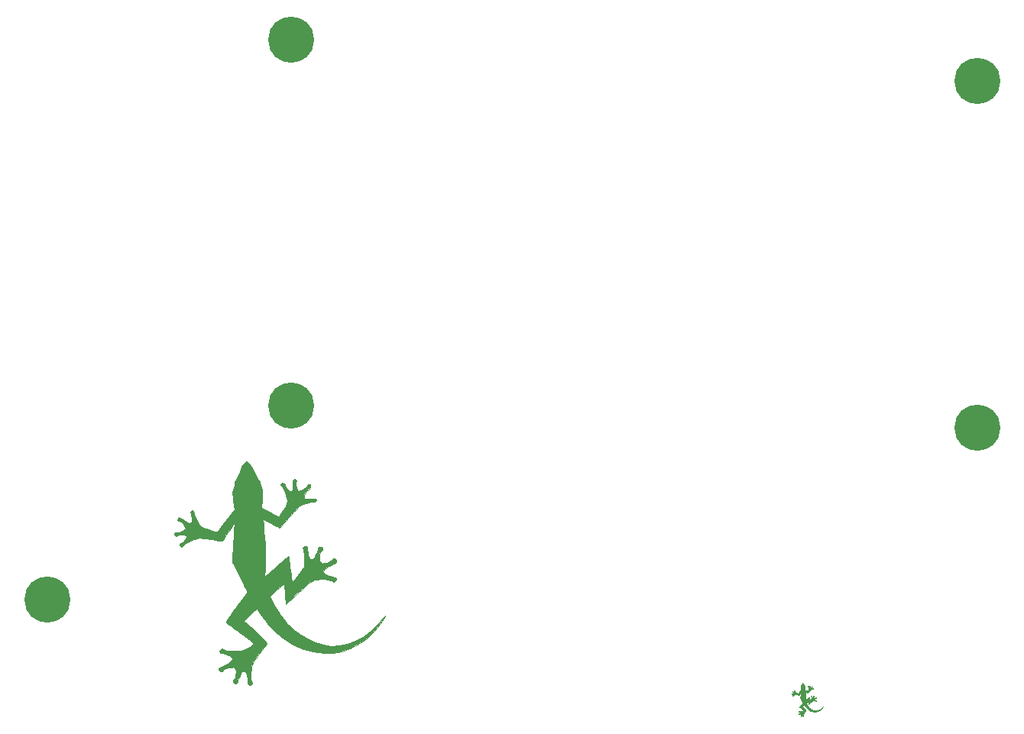
<source format=gbr>
G04 #@! TF.GenerationSoftware,KiCad,Pcbnew,(6.0.2-0)*
G04 #@! TF.CreationDate,2022-03-06T07:47:00+00:00*
G04 #@! TF.ProjectId,SofleKeyboardBottomPlate,536f666c-654b-4657-9962-6f617264426f,rev?*
G04 #@! TF.SameCoordinates,Original*
G04 #@! TF.FileFunction,Soldermask,Bot*
G04 #@! TF.FilePolarity,Negative*
%FSLAX46Y46*%
G04 Gerber Fmt 4.6, Leading zero omitted, Abs format (unit mm)*
G04 Created by KiCad (PCBNEW (6.0.2-0)) date 2022-03-06 07:47:00*
%MOMM*%
%LPD*%
G01*
G04 APERTURE LIST*
%ADD10C,0.010000*%
%ADD11C,5.100000*%
G04 APERTURE END LIST*
D10*
X125531208Y-104533552D02*
X125342888Y-104832520D01*
X125342888Y-104832520D02*
X125135956Y-105295790D01*
X125135956Y-105295790D02*
X125044807Y-105529092D01*
X125044807Y-105529092D02*
X124894368Y-105903629D01*
X124894368Y-105903629D02*
X124755059Y-106212282D01*
X124755059Y-106212282D02*
X124641735Y-106424612D01*
X124641735Y-106424612D02*
X124569249Y-106510178D01*
X124569249Y-106510178D02*
X124565833Y-106510637D01*
X124565833Y-106510637D02*
X124489908Y-106587649D01*
X124489908Y-106587649D02*
X124460051Y-106794407D01*
X124460051Y-106794407D02*
X124460000Y-106805287D01*
X124460000Y-106805287D02*
X124426683Y-107084085D01*
X124426683Y-107084085D02*
X124344865Y-107385398D01*
X124344865Y-107385398D02*
X124328607Y-107428290D01*
X124328607Y-107428290D02*
X124272799Y-107589575D01*
X124272799Y-107589575D02*
X124243821Y-107753827D01*
X124243821Y-107753827D02*
X124241474Y-107961145D01*
X124241474Y-107961145D02*
X124265562Y-108251626D01*
X124265562Y-108251626D02*
X124315887Y-108665369D01*
X124315887Y-108665369D02*
X124322278Y-108714475D01*
X124322278Y-108714475D02*
X124447342Y-109672276D01*
X124447342Y-109672276D02*
X123507517Y-110906638D01*
X123507517Y-110906638D02*
X123207628Y-111300499D01*
X123207628Y-111300499D02*
X122944496Y-111646062D01*
X122944496Y-111646062D02*
X122734747Y-111921494D01*
X122734747Y-111921494D02*
X122595008Y-112104961D01*
X122595008Y-112104961D02*
X122542169Y-112174288D01*
X122542169Y-112174288D02*
X122448636Y-112174250D01*
X122448636Y-112174250D02*
X122235973Y-112128521D01*
X122235973Y-112128521D02*
X121944101Y-112049515D01*
X121944101Y-112049515D02*
X121612942Y-111949649D01*
X121612942Y-111949649D02*
X121282417Y-111841338D01*
X121282417Y-111841338D02*
X120992447Y-111736998D01*
X120992447Y-111736998D02*
X120782954Y-111649045D01*
X120782954Y-111649045D02*
X120704160Y-111602658D01*
X120704160Y-111602658D02*
X120565986Y-111431949D01*
X120565986Y-111431949D02*
X120401006Y-111159470D01*
X120401006Y-111159470D02*
X120234355Y-110836566D01*
X120234355Y-110836566D02*
X120091170Y-110514584D01*
X120091170Y-110514584D02*
X119996588Y-110244869D01*
X119996588Y-110244869D02*
X119972666Y-110108457D01*
X119972666Y-110108457D02*
X119918257Y-109919248D01*
X119918257Y-109919248D02*
X119789071Y-109827678D01*
X119789071Y-109827678D02*
X119636169Y-109864694D01*
X119636169Y-109864694D02*
X119609262Y-109888204D01*
X119609262Y-109888204D02*
X119555255Y-110009464D01*
X119555255Y-110009464D02*
X119614953Y-110152298D01*
X119614953Y-110152298D02*
X119676731Y-110334171D01*
X119676731Y-110334171D02*
X119713850Y-110603548D01*
X119713850Y-110603548D02*
X119718666Y-110737146D01*
X119718666Y-110737146D02*
X119693687Y-111029241D01*
X119693687Y-111029241D02*
X119608658Y-111189024D01*
X119608658Y-111189024D02*
X119448447Y-111219712D01*
X119448447Y-111219712D02*
X119197921Y-111124522D01*
X119197921Y-111124522D02*
X118861032Y-110919458D01*
X118861032Y-110919458D02*
X118562995Y-110724629D01*
X118562995Y-110724629D02*
X118373288Y-110617950D01*
X118373288Y-110617950D02*
X118261616Y-110590324D01*
X118261616Y-110590324D02*
X118197684Y-110632656D01*
X118197684Y-110632656D02*
X118161117Y-110709307D01*
X118161117Y-110709307D02*
X118149243Y-110894820D01*
X118149243Y-110894820D02*
X118277707Y-110989579D01*
X118277707Y-110989579D02*
X118361882Y-110998000D01*
X118361882Y-110998000D02*
X118511843Y-111065482D01*
X118511843Y-111065482D02*
X118694619Y-111233564D01*
X118694619Y-111233564D02*
X118868692Y-111450698D01*
X118868692Y-111450698D02*
X118992544Y-111665339D01*
X118992544Y-111665339D02*
X119025517Y-111821933D01*
X119025517Y-111821933D02*
X118936163Y-111946372D01*
X118936163Y-111946372D02*
X118748062Y-112080482D01*
X118748062Y-112080482D02*
X118517383Y-112196602D01*
X118517383Y-112196602D02*
X118300294Y-112267074D01*
X118300294Y-112267074D02*
X118152962Y-112264236D01*
X118152962Y-112264236D02*
X118141898Y-112257069D01*
X118141898Y-112257069D02*
X117996077Y-112218289D01*
X117996077Y-112218289D02*
X117844869Y-112268154D01*
X117844869Y-112268154D02*
X117772683Y-112377904D01*
X117772683Y-112377904D02*
X117772630Y-112382892D01*
X117772630Y-112382892D02*
X117828416Y-112581799D01*
X117828416Y-112581799D02*
X117968616Y-112651483D01*
X117968616Y-112651483D02*
X118093666Y-112615408D01*
X118093666Y-112615408D02*
X118307057Y-112547579D01*
X118307057Y-112547579D02*
X118578951Y-112519736D01*
X118578951Y-112519736D02*
X118853043Y-112529832D01*
X118853043Y-112529832D02*
X119073027Y-112575821D01*
X119073027Y-112575821D02*
X119182341Y-112654973D01*
X119182341Y-112654973D02*
X119154503Y-112783506D01*
X119154503Y-112783506D02*
X119033372Y-112971572D01*
X119033372Y-112971572D02*
X118859032Y-113174379D01*
X118859032Y-113174379D02*
X118671566Y-113347131D01*
X118671566Y-113347131D02*
X118511058Y-113445036D01*
X118511058Y-113445036D02*
X118467928Y-113453334D01*
X118467928Y-113453334D02*
X118383322Y-113511904D01*
X118383322Y-113511904D02*
X118380195Y-113643544D01*
X118380195Y-113643544D02*
X118443572Y-113782145D01*
X118443572Y-113782145D02*
X118558478Y-113861599D01*
X118558478Y-113861599D02*
X118560501Y-113861999D01*
X118560501Y-113861999D02*
X118708506Y-113820269D01*
X118708506Y-113820269D02*
X118758084Y-113725371D01*
X118758084Y-113725371D02*
X118852249Y-113616690D01*
X118852249Y-113616690D02*
X119064647Y-113469162D01*
X119064647Y-113469162D02*
X119354845Y-113303095D01*
X119354845Y-113303095D02*
X119682410Y-113138794D01*
X119682410Y-113138794D02*
X120006909Y-112996566D01*
X120006909Y-112996566D02*
X120287910Y-112896719D01*
X120287910Y-112896719D02*
X120482023Y-112859556D01*
X120482023Y-112859556D02*
X120639673Y-112871470D01*
X120639673Y-112871470D02*
X120927926Y-112904941D01*
X120927926Y-112904941D02*
X121310100Y-112955294D01*
X121310100Y-112955294D02*
X121749508Y-113017853D01*
X121749508Y-113017853D02*
X121901371Y-113040463D01*
X121901371Y-113040463D02*
X122332090Y-113102911D01*
X122332090Y-113102911D02*
X122698742Y-113151524D01*
X122698742Y-113151524D02*
X122971036Y-113182638D01*
X122971036Y-113182638D02*
X123118678Y-113192591D01*
X123118678Y-113192591D02*
X123136119Y-113189740D01*
X123136119Y-113189740D02*
X123187665Y-113109692D01*
X123187665Y-113109692D02*
X123311348Y-112912657D01*
X123311348Y-112912657D02*
X123490273Y-112625683D01*
X123490273Y-112625683D02*
X123707542Y-112275822D01*
X123707542Y-112275822D02*
X123779777Y-112159251D01*
X123779777Y-112159251D02*
X124004787Y-111801400D01*
X124004787Y-111801400D02*
X124197677Y-111504928D01*
X124197677Y-111504928D02*
X124341666Y-111294848D01*
X124341666Y-111294848D02*
X124419973Y-111196171D01*
X124419973Y-111196171D02*
X124428540Y-111192318D01*
X124428540Y-111192318D02*
X124431858Y-111281681D01*
X124431858Y-111281681D02*
X124425163Y-111517173D01*
X124425163Y-111517173D02*
X124409535Y-111875956D01*
X124409535Y-111875956D02*
X124386053Y-112335190D01*
X124386053Y-112335190D02*
X124355796Y-112872034D01*
X124355796Y-112872034D02*
X124325365Y-113375401D01*
X124325365Y-113375401D02*
X124191374Y-115527667D01*
X124191374Y-115527667D02*
X125045099Y-117165997D01*
X125045099Y-117165997D02*
X125292359Y-117649688D01*
X125292359Y-117649688D02*
X125506167Y-118085714D01*
X125506167Y-118085714D02*
X125675964Y-118451031D01*
X125675964Y-118451031D02*
X125791187Y-118722597D01*
X125791187Y-118722597D02*
X125841278Y-118877370D01*
X125841278Y-118877370D02*
X125840569Y-118901664D01*
X125840569Y-118901664D02*
X125775665Y-118995813D01*
X125775665Y-118995813D02*
X125625975Y-119205870D01*
X125625975Y-119205870D02*
X125406535Y-119510960D01*
X125406535Y-119510960D02*
X125132381Y-119890208D01*
X125132381Y-119890208D02*
X124818550Y-120322739D01*
X124818550Y-120322739D02*
X124653798Y-120549242D01*
X124653798Y-120549242D02*
X124328412Y-120998048D01*
X124328412Y-120998048D02*
X124038044Y-121402034D01*
X124038044Y-121402034D02*
X123797124Y-121740838D01*
X123797124Y-121740838D02*
X123620082Y-121994098D01*
X123620082Y-121994098D02*
X123521348Y-122141451D01*
X123521348Y-122141451D02*
X123505808Y-122169213D01*
X123505808Y-122169213D02*
X123565422Y-122237200D01*
X123565422Y-122237200D02*
X123743198Y-122389089D01*
X123743198Y-122389089D02*
X124019951Y-122609738D01*
X124019951Y-122609738D02*
X124376494Y-122884007D01*
X124376494Y-122884007D02*
X124793641Y-123196755D01*
X124793641Y-123196755D02*
X125010333Y-123356513D01*
X125010333Y-123356513D02*
X125452279Y-123682454D01*
X125452279Y-123682454D02*
X125845874Y-123976281D01*
X125845874Y-123976281D02*
X126171305Y-124222910D01*
X126171305Y-124222910D02*
X126408758Y-124407258D01*
X126408758Y-124407258D02*
X126538418Y-124514241D01*
X126538418Y-124514241D02*
X126556501Y-124533548D01*
X126556501Y-124533548D02*
X126508192Y-124621953D01*
X126508192Y-124621953D02*
X126350129Y-124763749D01*
X126350129Y-124763749D02*
X126121498Y-124931759D01*
X126121498Y-124931759D02*
X125861485Y-125098807D01*
X125861485Y-125098807D02*
X125609274Y-125237718D01*
X125609274Y-125237718D02*
X125433666Y-125312264D01*
X125433666Y-125312264D02*
X125127755Y-125372817D01*
X125127755Y-125372817D02*
X124687367Y-125402141D01*
X124687367Y-125402141D02*
X124248333Y-125401172D01*
X124248333Y-125401172D02*
X123840619Y-125384809D01*
X123840619Y-125384809D02*
X123564825Y-125357608D01*
X123564825Y-125357608D02*
X123383584Y-125312635D01*
X123383584Y-125312635D02*
X123259529Y-125242956D01*
X123259529Y-125242956D02*
X123221894Y-125210696D01*
X123221894Y-125210696D02*
X123084652Y-125100340D01*
X123084652Y-125100340D02*
X122989542Y-125106690D01*
X122989542Y-125106690D02*
X122899525Y-125185903D01*
X122899525Y-125185903D02*
X122806030Y-125343449D01*
X122806030Y-125343449D02*
X122804131Y-125451508D01*
X122804131Y-125451508D02*
X122846374Y-125581251D01*
X122846374Y-125581251D02*
X122851333Y-125609925D01*
X122851333Y-125609925D02*
X122925120Y-125634702D01*
X122925120Y-125634702D02*
X123103123Y-125645327D01*
X123103123Y-125645327D02*
X123108148Y-125645334D01*
X123108148Y-125645334D02*
X123330149Y-125683847D01*
X123330149Y-125683847D02*
X123617661Y-125782397D01*
X123617661Y-125782397D02*
X123790712Y-125861077D01*
X123790712Y-125861077D02*
X124036512Y-125996939D01*
X124036512Y-125996939D02*
X124159708Y-126106966D01*
X124159708Y-126106966D02*
X124194575Y-126229048D01*
X124194575Y-126229048D02*
X124190064Y-126302532D01*
X124190064Y-126302532D02*
X124135627Y-126457435D01*
X124135627Y-126457435D02*
X123990304Y-126604660D01*
X123990304Y-126604660D02*
X123721649Y-126776095D01*
X123721649Y-126776095D02*
X123690013Y-126793969D01*
X123690013Y-126793969D02*
X123404027Y-126944049D01*
X123404027Y-126944049D02*
X123145518Y-127062203D01*
X123145518Y-127062203D02*
X123000852Y-127113783D01*
X123000852Y-127113783D02*
X122799424Y-127221449D01*
X122799424Y-127221449D02*
X122716796Y-127386402D01*
X122716796Y-127386402D02*
X122775573Y-127561065D01*
X122775573Y-127561065D02*
X122941757Y-127665684D01*
X122941757Y-127665684D02*
X123116075Y-127648936D01*
X123116075Y-127648936D02*
X123229306Y-127517535D01*
X123229306Y-127517535D02*
X123229460Y-127517053D01*
X123229460Y-127517053D02*
X123310400Y-127413265D01*
X123310400Y-127413265D02*
X123498437Y-127330123D01*
X123498437Y-127330123D02*
X123824332Y-127254131D01*
X123824332Y-127254131D02*
X123832070Y-127252666D01*
X123832070Y-127252666D02*
X124131997Y-127200645D01*
X124131997Y-127200645D02*
X124312358Y-127188569D01*
X124312358Y-127188569D02*
X124419001Y-127220156D01*
X124419001Y-127220156D02*
X124497772Y-127299119D01*
X124497772Y-127299119D02*
X124503878Y-127307114D01*
X124503878Y-127307114D02*
X124583916Y-127436938D01*
X124583916Y-127436938D02*
X124619423Y-127585522D01*
X124619423Y-127585522D02*
X124614823Y-127802647D01*
X124614823Y-127802647D02*
X124576468Y-128124063D01*
X124576468Y-128124063D02*
X124515298Y-128394672D01*
X124515298Y-128394672D02*
X124417100Y-128528914D01*
X124417100Y-128528914D02*
X124364615Y-128551335D01*
X124364615Y-128551335D02*
X124255636Y-128615531D01*
X124255636Y-128615531D02*
X124265509Y-128753776D01*
X124265509Y-128753776D02*
X124278530Y-128791289D01*
X124278530Y-128791289D02*
X124403207Y-128971490D01*
X124403207Y-128971490D02*
X124562770Y-129020574D01*
X124562770Y-129020574D02*
X124705945Y-128937138D01*
X124705945Y-128937138D02*
X124767610Y-128804663D01*
X124767610Y-128804663D02*
X124836442Y-128589624D01*
X124836442Y-128589624D02*
X124946693Y-128302588D01*
X124946693Y-128302588D02*
X125018668Y-128132838D01*
X125018668Y-128132838D02*
X125163368Y-127854322D01*
X125163368Y-127854322D02*
X125303997Y-127705797D01*
X125303997Y-127705797D02*
X125427280Y-127657832D01*
X125427280Y-127657832D02*
X125547073Y-127647882D01*
X125547073Y-127647882D02*
X125630504Y-127696272D01*
X125630504Y-127696272D02*
X125702986Y-127836375D01*
X125702986Y-127836375D02*
X125789935Y-128101568D01*
X125789935Y-128101568D02*
X125806147Y-128155367D01*
X125806147Y-128155367D02*
X125883231Y-128460774D01*
X125883231Y-128460774D02*
X125924025Y-128723137D01*
X125924025Y-128723137D02*
X125921458Y-128871873D01*
X125921458Y-128871873D02*
X125935756Y-129057563D01*
X125935756Y-129057563D02*
X126053379Y-129169447D01*
X126053379Y-129169447D02*
X126217055Y-129187405D01*
X126217055Y-129187405D02*
X126369513Y-129091316D01*
X126369513Y-129091316D02*
X126402575Y-129040891D01*
X126402575Y-129040891D02*
X126437608Y-128878553D01*
X126437608Y-128878553D02*
X126354317Y-128769135D01*
X126354317Y-128769135D02*
X126294588Y-128694815D01*
X126294588Y-128694815D02*
X126260761Y-128571973D01*
X126260761Y-128571973D02*
X126250322Y-128367733D01*
X126250322Y-128367733D02*
X126260756Y-128049225D01*
X126260756Y-128049225D02*
X126277535Y-127765411D01*
X126277535Y-127765411D02*
X126300910Y-127430975D01*
X126300910Y-127430975D02*
X126331885Y-127162389D01*
X126331885Y-127162389D02*
X126384345Y-126931708D01*
X126384345Y-126931708D02*
X126472174Y-126710990D01*
X126472174Y-126710990D02*
X126609257Y-126472288D01*
X126609257Y-126472288D02*
X126809480Y-126187660D01*
X126809480Y-126187660D02*
X127086726Y-125829161D01*
X127086726Y-125829161D02*
X127454882Y-125368847D01*
X127454882Y-125368847D02*
X127490140Y-125324966D01*
X127490140Y-125324966D02*
X127701377Y-125070376D01*
X127701377Y-125070376D02*
X127862787Y-124873819D01*
X127862787Y-124873819D02*
X127966262Y-124714506D01*
X127966262Y-124714506D02*
X128003696Y-124571646D01*
X128003696Y-124571646D02*
X127966982Y-124424448D01*
X127966982Y-124424448D02*
X127848011Y-124252123D01*
X127848011Y-124252123D02*
X127638679Y-124033879D01*
X127638679Y-124033879D02*
X127330876Y-123748926D01*
X127330876Y-123748926D02*
X126916497Y-123376474D01*
X126916497Y-123376474D02*
X126629011Y-123116605D01*
X126629011Y-123116605D02*
X125453689Y-122048104D01*
X125453689Y-122048104D02*
X126154112Y-121391385D01*
X126154112Y-121391385D02*
X126437025Y-121130276D01*
X126437025Y-121130276D02*
X126674728Y-120918676D01*
X126674728Y-120918676D02*
X126840520Y-120779842D01*
X126840520Y-120779842D02*
X126906101Y-120736326D01*
X126906101Y-120736326D02*
X126969730Y-120804205D01*
X126969730Y-120804205D02*
X127100678Y-120986134D01*
X127100678Y-120986134D02*
X127277817Y-121251767D01*
X127277817Y-121251767D02*
X127420224Y-121474828D01*
X127420224Y-121474828D02*
X127813946Y-122028633D01*
X127813946Y-122028633D02*
X128311612Y-122617403D01*
X128311612Y-122617403D02*
X128868760Y-123194557D01*
X128868760Y-123194557D02*
X129440929Y-123713513D01*
X129440929Y-123713513D02*
X129891238Y-124063740D01*
X129891238Y-124063740D02*
X130356039Y-124359737D01*
X130356039Y-124359737D02*
X130912154Y-124662480D01*
X130912154Y-124662480D02*
X131502521Y-124944647D01*
X131502521Y-124944647D02*
X132070077Y-125178915D01*
X132070077Y-125178915D02*
X132545666Y-125334765D01*
X132545666Y-125334765D02*
X133117315Y-125458661D01*
X133117315Y-125458661D02*
X133762851Y-125552809D01*
X133762851Y-125552809D02*
X134416540Y-125610592D01*
X134416540Y-125610592D02*
X135012646Y-125625393D01*
X135012646Y-125625393D02*
X135300882Y-125612109D01*
X135300882Y-125612109D02*
X136313518Y-125445423D01*
X136313518Y-125445423D02*
X137290544Y-125120201D01*
X137290544Y-125120201D02*
X138218015Y-124645848D01*
X138218015Y-124645848D02*
X139081983Y-124031771D01*
X139081983Y-124031771D02*
X139868505Y-123287374D01*
X139868505Y-123287374D02*
X140563634Y-122422064D01*
X140563634Y-122422064D02*
X140963444Y-121793000D01*
X140963444Y-121793000D02*
X141158595Y-121454334D01*
X141158595Y-121454334D02*
X140923689Y-121750667D01*
X140923689Y-121750667D02*
X140637038Y-122082669D01*
X140637038Y-122082669D02*
X140268255Y-122467146D01*
X140268255Y-122467146D02*
X139854829Y-122868936D01*
X139854829Y-122868936D02*
X139434248Y-123252875D01*
X139434248Y-123252875D02*
X139044001Y-123583799D01*
X139044001Y-123583799D02*
X138721575Y-123826544D01*
X138721575Y-123826544D02*
X138684000Y-123851478D01*
X138684000Y-123851478D02*
X137841169Y-124311008D01*
X137841169Y-124311008D02*
X136953523Y-124632745D01*
X136953523Y-124632745D02*
X136046325Y-124812352D01*
X136046325Y-124812352D02*
X135144838Y-124845491D01*
X135144838Y-124845491D02*
X134274323Y-124727822D01*
X134274323Y-124727822D02*
X134000300Y-124655795D01*
X134000300Y-124655795D02*
X133468496Y-124465735D01*
X133468496Y-124465735D02*
X132866712Y-124198476D01*
X132866712Y-124198476D02*
X132256103Y-123883948D01*
X132256103Y-123883948D02*
X131697827Y-123552081D01*
X131697827Y-123552081D02*
X131564415Y-123463671D01*
X131564415Y-123463671D02*
X131108021Y-123131266D01*
X131108021Y-123131266D02*
X130699217Y-122780970D01*
X130699217Y-122780970D02*
X130317720Y-122388590D01*
X130317720Y-122388590D02*
X129943251Y-121929936D01*
X129943251Y-121929936D02*
X129555528Y-121380817D01*
X129555528Y-121380817D02*
X129134269Y-120717043D01*
X129134269Y-120717043D02*
X128818969Y-120188967D01*
X128818969Y-120188967D02*
X128325327Y-119346933D01*
X128325327Y-119346933D02*
X129123164Y-118606246D01*
X129123164Y-118606246D02*
X129421671Y-118337962D01*
X129421671Y-118337962D02*
X129672987Y-118128836D01*
X129672987Y-118128836D02*
X129853654Y-117997147D01*
X129853654Y-117997147D02*
X129940215Y-117961172D01*
X129940215Y-117961172D02*
X129944075Y-117966613D01*
X129944075Y-117966613D02*
X129960423Y-118085302D01*
X129960423Y-118085302D02*
X129988572Y-118337282D01*
X129988572Y-118337282D02*
X130024767Y-118687228D01*
X130024767Y-118687228D02*
X130065250Y-119099812D01*
X130065250Y-119099812D02*
X130071075Y-119160866D01*
X130071075Y-119160866D02*
X130175000Y-120254065D01*
X130175000Y-120254065D02*
X131533674Y-118943840D01*
X131533674Y-118943840D02*
X131993761Y-118503339D01*
X131993761Y-118503339D02*
X132354034Y-118167474D01*
X132354034Y-118167474D02*
X132633861Y-117920596D01*
X132633861Y-117920596D02*
X132852614Y-117747056D01*
X132852614Y-117747056D02*
X133029664Y-117631204D01*
X133029664Y-117631204D02*
X133184379Y-117557392D01*
X133184379Y-117557392D02*
X133294993Y-117520882D01*
X133294993Y-117520882D02*
X133599333Y-117467232D01*
X133599333Y-117467232D02*
X133976269Y-117445791D01*
X133976269Y-117445791D02*
X134379055Y-117453764D01*
X134379055Y-117453764D02*
X134760949Y-117488357D01*
X134760949Y-117488357D02*
X135075206Y-117546776D01*
X135075206Y-117546776D02*
X135275081Y-117626228D01*
X135275081Y-117626228D02*
X135292868Y-117640293D01*
X135292868Y-117640293D02*
X135430426Y-117724312D01*
X135430426Y-117724312D02*
X135566935Y-117673959D01*
X135566935Y-117673959D02*
X135587621Y-117659224D01*
X135587621Y-117659224D02*
X135705791Y-117498346D01*
X135705791Y-117498346D02*
X135687055Y-117335850D01*
X135687055Y-117335850D02*
X135548391Y-117230139D01*
X135548391Y-117230139D02*
X135458991Y-117216733D01*
X135458991Y-117216733D02*
X135259942Y-117181037D01*
X135259942Y-117181037D02*
X134991712Y-117094960D01*
X134991712Y-117094960D02*
X134710139Y-116981382D01*
X134710139Y-116981382D02*
X134471064Y-116863183D01*
X134471064Y-116863183D02*
X134330326Y-116763243D01*
X134330326Y-116763243D02*
X134320521Y-116750244D01*
X134320521Y-116750244D02*
X134284706Y-116549793D01*
X134284706Y-116549793D02*
X134416575Y-116337887D01*
X134416575Y-116337887D02*
X134714969Y-116116005D01*
X134714969Y-116116005D02*
X134892301Y-116018858D01*
X134892301Y-116018858D02*
X135180886Y-115876275D01*
X135180886Y-115876275D02*
X135425397Y-115763113D01*
X135425397Y-115763113D02*
X135572500Y-115704015D01*
X135572500Y-115704015D02*
X135693923Y-115595584D01*
X135693923Y-115595584D02*
X135710799Y-115419123D01*
X135710799Y-115419123D02*
X135619066Y-115248267D01*
X135619066Y-115248267D02*
X135448012Y-115152304D01*
X135448012Y-115152304D02*
X135308555Y-115209810D01*
X135308555Y-115209810D02*
X135258099Y-115306237D01*
X135258099Y-115306237D02*
X135153565Y-115425454D01*
X135153565Y-115425454D02*
X134908973Y-115533794D01*
X134908973Y-115533794D02*
X134680893Y-115599063D01*
X134680893Y-115599063D02*
X134391955Y-115668176D01*
X134391955Y-115668176D02*
X134216694Y-115690673D01*
X134216694Y-115690673D02*
X134105394Y-115664392D01*
X134105394Y-115664392D02*
X134008336Y-115587168D01*
X134008336Y-115587168D02*
X133989843Y-115568983D01*
X133989843Y-115568983D02*
X133878189Y-115358070D01*
X133878189Y-115358070D02*
X133835208Y-115061673D01*
X133835208Y-115061673D02*
X133858563Y-114747102D01*
X133858563Y-114747102D02*
X133945918Y-114481663D01*
X133945918Y-114481663D02*
X134031418Y-114371095D01*
X134031418Y-114371095D02*
X134178202Y-114174164D01*
X134178202Y-114174164D02*
X134163949Y-113982041D01*
X134163949Y-113982041D02*
X134104860Y-113903394D01*
X134104860Y-113903394D02*
X133954643Y-113843632D01*
X133954643Y-113843632D02*
X133791464Y-113883076D01*
X133791464Y-113883076D02*
X133693709Y-113996994D01*
X133693709Y-113996994D02*
X133688677Y-114034708D01*
X133688677Y-114034708D02*
X133656256Y-114179650D01*
X133656256Y-114179650D02*
X133571437Y-114424189D01*
X133571437Y-114424189D02*
X133458170Y-114702167D01*
X133458170Y-114702167D02*
X133324575Y-114988650D01*
X133324575Y-114988650D02*
X133218589Y-115149568D01*
X133218589Y-115149568D02*
X133111148Y-115218923D01*
X133111148Y-115218923D02*
X133005898Y-115231334D01*
X133005898Y-115231334D02*
X132877283Y-115213379D01*
X132877283Y-115213379D02*
X132786470Y-115134560D01*
X132786470Y-115134560D02*
X132705577Y-114957438D01*
X132705577Y-114957438D02*
X132632227Y-114729590D01*
X132632227Y-114729590D02*
X132558068Y-114433043D01*
X132558068Y-114433043D02*
X132521700Y-114179189D01*
X132521700Y-114179189D02*
X132526519Y-114051148D01*
X132526519Y-114051148D02*
X132507814Y-113871296D01*
X132507814Y-113871296D02*
X132383258Y-113762573D01*
X132383258Y-113762573D02*
X132211303Y-113755140D01*
X132211303Y-113755140D02*
X132092944Y-113827437D01*
X132092944Y-113827437D02*
X132003307Y-113964107D01*
X132003307Y-113964107D02*
X132049946Y-114113639D01*
X132049946Y-114113639D02*
X132060488Y-114130887D01*
X132060488Y-114130887D02*
X132113431Y-114308680D01*
X132113431Y-114308680D02*
X132148814Y-114630729D01*
X132148814Y-114630729D02*
X132164203Y-115072631D01*
X132164203Y-115072631D02*
X132164666Y-115174213D01*
X132164666Y-115174213D02*
X132164666Y-116050723D01*
X132164666Y-116050723D02*
X131510276Y-116958391D01*
X131510276Y-116958391D02*
X131271578Y-117292595D01*
X131271578Y-117292595D02*
X131092860Y-117532516D01*
X131092860Y-117532516D02*
X130962511Y-117668275D01*
X130962511Y-117668275D02*
X130868915Y-117689992D01*
X130868915Y-117689992D02*
X130800462Y-117587787D01*
X130800462Y-117587787D02*
X130745538Y-117351781D01*
X130745538Y-117351781D02*
X130692530Y-116972094D01*
X130692530Y-116972094D02*
X130629825Y-116438846D01*
X130629825Y-116438846D02*
X130599842Y-116183834D01*
X130599842Y-116183834D02*
X130543816Y-115739345D01*
X130543816Y-115739345D02*
X130490156Y-115361153D01*
X130490156Y-115361153D02*
X130443417Y-115077982D01*
X130443417Y-115077982D02*
X130408156Y-114918556D01*
X130408156Y-114918556D02*
X130395276Y-114894027D01*
X130395276Y-114894027D02*
X130319810Y-114948650D01*
X130319810Y-114948650D02*
X130138866Y-115100255D01*
X130138866Y-115100255D02*
X129872103Y-115331744D01*
X129872103Y-115331744D02*
X129539182Y-115626020D01*
X129539182Y-115626020D02*
X129159761Y-115965985D01*
X129159761Y-115965985D02*
X129081230Y-116036868D01*
X129081230Y-116036868D02*
X128697427Y-116381924D01*
X128697427Y-116381924D02*
X128358715Y-116683026D01*
X128358715Y-116683026D02*
X128084123Y-116923538D01*
X128084123Y-116923538D02*
X127892684Y-117086823D01*
X127892684Y-117086823D02*
X127803427Y-117156246D01*
X127803427Y-117156246D02*
X127799446Y-117157341D01*
X127799446Y-117157341D02*
X127797793Y-117070037D01*
X127797793Y-117070037D02*
X127806058Y-116844692D01*
X127806058Y-116844692D02*
X127822792Y-116512215D01*
X127822792Y-116512215D02*
X127846544Y-116103516D01*
X127846544Y-116103516D02*
X127856067Y-115951000D01*
X127856067Y-115951000D02*
X127879802Y-115494639D01*
X127879802Y-115494639D02*
X127889185Y-115061067D01*
X127889185Y-115061067D02*
X127883050Y-114612165D01*
X127883050Y-114612165D02*
X127860233Y-114109811D01*
X127860233Y-114109811D02*
X127819568Y-113515884D01*
X127819568Y-113515884D02*
X127759889Y-112792261D01*
X127759889Y-112792261D02*
X127759324Y-112785750D01*
X127759324Y-112785750D02*
X127711865Y-112226271D01*
X127711865Y-112226271D02*
X127671630Y-111725858D01*
X127671630Y-111725858D02*
X127640343Y-111308222D01*
X127640343Y-111308222D02*
X127619728Y-110997072D01*
X127619728Y-110997072D02*
X127611511Y-110816119D01*
X127611511Y-110816119D02*
X127613413Y-110779699D01*
X127613413Y-110779699D02*
X127692734Y-110808497D01*
X127692734Y-110808497D02*
X127890221Y-110906045D01*
X127890221Y-110906045D02*
X128176841Y-111057378D01*
X128176841Y-111057378D02*
X128523565Y-111247534D01*
X128523565Y-111247534D02*
X128553882Y-111264451D01*
X128553882Y-111264451D02*
X128903671Y-111456822D01*
X128903671Y-111456822D02*
X129195163Y-111611304D01*
X129195163Y-111611304D02*
X129399538Y-111713045D01*
X129399538Y-111713045D02*
X129487979Y-111747191D01*
X129487979Y-111747191D02*
X129489225Y-111746503D01*
X129489225Y-111746503D02*
X129624486Y-111574817D01*
X129624486Y-111574817D02*
X129837331Y-111320878D01*
X129837331Y-111320878D02*
X130105672Y-111009445D01*
X130105672Y-111009445D02*
X130407421Y-110665279D01*
X130407421Y-110665279D02*
X130720491Y-110313139D01*
X130720491Y-110313139D02*
X131022793Y-109977785D01*
X131022793Y-109977785D02*
X131292240Y-109683976D01*
X131292240Y-109683976D02*
X131506744Y-109456472D01*
X131506744Y-109456472D02*
X131644217Y-109320032D01*
X131644217Y-109320032D02*
X131677516Y-109293509D01*
X131677516Y-109293509D02*
X131966226Y-109161201D01*
X131966226Y-109161201D02*
X132302183Y-109040024D01*
X132302183Y-109040024D02*
X132639463Y-108942563D01*
X132639463Y-108942563D02*
X132932138Y-108881404D01*
X132932138Y-108881404D02*
X133134284Y-108869135D01*
X133134284Y-108869135D02*
X133180942Y-108881481D01*
X133180942Y-108881481D02*
X133347467Y-108895887D01*
X133347467Y-108895887D02*
X133473264Y-108793993D01*
X133473264Y-108793993D02*
X133502151Y-108628127D01*
X133502151Y-108628127D02*
X133491489Y-108592228D01*
X133491489Y-108592228D02*
X133431739Y-108529677D01*
X133431739Y-108529677D02*
X133292101Y-108501296D01*
X133292101Y-108501296D02*
X133038886Y-108503361D01*
X133038886Y-108503361D02*
X132817501Y-108517734D01*
X132817501Y-108517734D02*
X132496151Y-108539096D01*
X132496151Y-108539096D02*
X132304697Y-108536992D01*
X132304697Y-108536992D02*
X132204348Y-108502720D01*
X132204348Y-108502720D02*
X132156310Y-108427579D01*
X132156310Y-108427579D02*
X132138038Y-108365316D01*
X132138038Y-108365316D02*
X132131908Y-108177609D01*
X132131908Y-108177609D02*
X132221429Y-107968035D01*
X132221429Y-107968035D02*
X132422455Y-107708586D01*
X132422455Y-107708586D02*
X132637960Y-107482351D01*
X132637960Y-107482351D02*
X132830062Y-107246268D01*
X132830062Y-107246268D02*
X132888354Y-107066098D01*
X132888354Y-107066098D02*
X132811731Y-106958049D01*
X132811731Y-106958049D02*
X132675324Y-106934000D01*
X132675324Y-106934000D02*
X132530623Y-106993017D01*
X132530623Y-106993017D02*
X132503182Y-107082167D01*
X132503182Y-107082167D02*
X132431514Y-107222458D01*
X132431514Y-107222458D02*
X132252054Y-107383194D01*
X132252054Y-107383194D02*
X132017753Y-107531568D01*
X132017753Y-107531568D02*
X131781560Y-107634773D01*
X131781560Y-107634773D02*
X131596426Y-107660001D01*
X131596426Y-107660001D02*
X131577813Y-107655512D01*
X131577813Y-107655512D02*
X131443603Y-107537853D01*
X131443603Y-107537853D02*
X131328074Y-107313828D01*
X131328074Y-107313828D02*
X131250830Y-107046402D01*
X131250830Y-107046402D02*
X131231474Y-106798538D01*
X131231474Y-106798538D02*
X131268163Y-106660947D01*
X131268163Y-106660947D02*
X131308266Y-106497717D01*
X131308266Y-106497717D02*
X131258071Y-106416871D01*
X131258071Y-106416871D02*
X131105487Y-106353058D01*
X131105487Y-106353058D02*
X130967232Y-106418550D01*
X130967232Y-106418550D02*
X130903442Y-106579631D01*
X130903442Y-106579631D02*
X130904419Y-106615154D01*
X130904419Y-106615154D02*
X130911645Y-106812287D01*
X130911645Y-106812287D02*
X130911140Y-107094522D01*
X130911140Y-107094522D02*
X130907834Y-107241625D01*
X130907834Y-107241625D02*
X130887171Y-107511169D01*
X130887171Y-107511169D02*
X130835538Y-107655343D01*
X130835538Y-107655343D02*
X130736962Y-107717447D01*
X130736962Y-107717447D02*
X130731779Y-107718847D01*
X130731779Y-107718847D02*
X130581410Y-107680997D01*
X130581410Y-107680997D02*
X130393374Y-107532446D01*
X130393374Y-107532446D02*
X130205819Y-107313906D01*
X130205819Y-107313906D02*
X130056892Y-107066087D01*
X130056892Y-107066087D02*
X130010429Y-106949004D01*
X130010429Y-106949004D02*
X129907123Y-106798532D01*
X129907123Y-106798532D02*
X129766426Y-106780898D01*
X129766426Y-106780898D02*
X129610309Y-106857564D01*
X129610309Y-106857564D02*
X129557853Y-106987309D01*
X129557853Y-106987309D02*
X129623045Y-107107041D01*
X129623045Y-107107041D02*
X129687127Y-107138619D01*
X129687127Y-107138619D02*
X129784094Y-107239713D01*
X129784094Y-107239713D02*
X129903217Y-107463310D01*
X129903217Y-107463310D02*
X130029137Y-107766786D01*
X130029137Y-107766786D02*
X130146496Y-108107518D01*
X130146496Y-108107518D02*
X130239935Y-108442883D01*
X130239935Y-108442883D02*
X130294096Y-108730259D01*
X130294096Y-108730259D02*
X130301648Y-108844042D01*
X130301648Y-108844042D02*
X130248977Y-109056806D01*
X130248977Y-109056806D02*
X130098471Y-109377361D01*
X130098471Y-109377361D02*
X129860743Y-109783451D01*
X129860743Y-109783451D02*
X129831795Y-109829141D01*
X129831795Y-109829141D02*
X129362294Y-110565282D01*
X129362294Y-110565282D02*
X128456314Y-110091354D01*
X128456314Y-110091354D02*
X128099744Y-109903151D01*
X128099744Y-109903151D02*
X127798250Y-109740866D01*
X127798250Y-109740866D02*
X127583573Y-109621803D01*
X127583573Y-109621803D02*
X127487458Y-109563264D01*
X127487458Y-109563264D02*
X127487404Y-109563218D01*
X127487404Y-109563218D02*
X127468136Y-109461656D01*
X127468136Y-109461656D02*
X127464438Y-109228311D01*
X127464438Y-109228311D02*
X127475965Y-108899986D01*
X127475965Y-108899986D02*
X127496591Y-108584993D01*
X127496591Y-108584993D02*
X127525999Y-108159829D01*
X127525999Y-108159829D02*
X127533963Y-107860485D01*
X127533963Y-107860485D02*
X127517685Y-107644479D01*
X127517685Y-107644479D02*
X127474369Y-107469327D01*
X127474369Y-107469327D02*
X127413213Y-107318655D01*
X127413213Y-107318655D02*
X127313354Y-107037196D01*
X127313354Y-107037196D02*
X127259035Y-106764582D01*
X127259035Y-106764582D02*
X127255859Y-106707375D01*
X127255859Y-106707375D02*
X127213528Y-106486042D01*
X127213528Y-106486042D02*
X127120462Y-106411042D01*
X127120462Y-106411042D02*
X127031538Y-106326036D01*
X127031538Y-106326036D02*
X126894151Y-106114959D01*
X126894151Y-106114959D02*
X126726076Y-105807577D01*
X126726076Y-105807577D02*
X126573224Y-105494667D01*
X126573224Y-105494667D02*
X126315281Y-104975797D01*
X126315281Y-104975797D02*
X126092954Y-104620006D01*
X126092954Y-104620006D02*
X125895396Y-104427539D01*
X125895396Y-104427539D02*
X125711762Y-104398639D01*
X125711762Y-104398639D02*
X125531208Y-104533552D01*
X125531208Y-104533552D02*
X125531208Y-104533552D01*
G36*
X125895396Y-104427539D02*
G01*
X126092954Y-104620006D01*
X126315281Y-104975797D01*
X126573224Y-105494667D01*
X126726076Y-105807577D01*
X126894151Y-106114959D01*
X127031538Y-106326036D01*
X127120462Y-106411042D01*
X127213528Y-106486042D01*
X127255859Y-106707375D01*
X127259035Y-106764582D01*
X127313354Y-107037196D01*
X127413213Y-107318655D01*
X127474369Y-107469327D01*
X127517685Y-107644479D01*
X127533963Y-107860485D01*
X127525999Y-108159829D01*
X127496591Y-108584993D01*
X127475965Y-108899986D01*
X127464438Y-109228311D01*
X127468136Y-109461656D01*
X127487404Y-109563218D01*
X127487458Y-109563264D01*
X127583573Y-109621803D01*
X127798250Y-109740866D01*
X128099744Y-109903151D01*
X128456314Y-110091354D01*
X129362294Y-110565282D01*
X129831795Y-109829141D01*
X129860743Y-109783451D01*
X130098471Y-109377361D01*
X130248977Y-109056806D01*
X130301648Y-108844042D01*
X130294096Y-108730259D01*
X130239935Y-108442883D01*
X130146496Y-108107518D01*
X130029137Y-107766786D01*
X129903217Y-107463310D01*
X129784094Y-107239713D01*
X129687127Y-107138619D01*
X129623045Y-107107041D01*
X129557853Y-106987309D01*
X129610309Y-106857564D01*
X129766426Y-106780898D01*
X129907123Y-106798532D01*
X130010429Y-106949004D01*
X130056892Y-107066087D01*
X130205819Y-107313906D01*
X130393374Y-107532446D01*
X130581410Y-107680997D01*
X130731779Y-107718847D01*
X130736962Y-107717447D01*
X130835538Y-107655343D01*
X130887171Y-107511169D01*
X130907834Y-107241625D01*
X130911140Y-107094522D01*
X130911645Y-106812287D01*
X130904419Y-106615154D01*
X130903442Y-106579631D01*
X130967232Y-106418550D01*
X131105487Y-106353058D01*
X131258071Y-106416871D01*
X131308266Y-106497717D01*
X131268163Y-106660947D01*
X131231474Y-106798538D01*
X131250830Y-107046402D01*
X131328074Y-107313828D01*
X131443603Y-107537853D01*
X131577813Y-107655512D01*
X131596426Y-107660001D01*
X131781560Y-107634773D01*
X132017753Y-107531568D01*
X132252054Y-107383194D01*
X132431514Y-107222458D01*
X132503182Y-107082167D01*
X132530623Y-106993017D01*
X132675324Y-106934000D01*
X132811731Y-106958049D01*
X132888354Y-107066098D01*
X132830062Y-107246268D01*
X132637960Y-107482351D01*
X132422455Y-107708586D01*
X132221429Y-107968035D01*
X132131908Y-108177609D01*
X132138038Y-108365316D01*
X132156310Y-108427579D01*
X132204348Y-108502720D01*
X132304697Y-108536992D01*
X132496151Y-108539096D01*
X132817501Y-108517734D01*
X133038886Y-108503361D01*
X133292101Y-108501296D01*
X133431739Y-108529677D01*
X133491489Y-108592228D01*
X133502151Y-108628127D01*
X133473264Y-108793993D01*
X133347467Y-108895887D01*
X133180942Y-108881481D01*
X133134284Y-108869135D01*
X132932138Y-108881404D01*
X132639463Y-108942563D01*
X132302183Y-109040024D01*
X131966226Y-109161201D01*
X131677516Y-109293509D01*
X131644217Y-109320032D01*
X131506744Y-109456472D01*
X131292240Y-109683976D01*
X131022793Y-109977785D01*
X130720491Y-110313139D01*
X130407421Y-110665279D01*
X130105672Y-111009445D01*
X129837331Y-111320878D01*
X129624486Y-111574817D01*
X129489225Y-111746503D01*
X129487979Y-111747191D01*
X129399538Y-111713045D01*
X129195163Y-111611304D01*
X128903671Y-111456822D01*
X128553882Y-111264451D01*
X128523565Y-111247534D01*
X128176841Y-111057378D01*
X127890221Y-110906045D01*
X127692734Y-110808497D01*
X127613413Y-110779699D01*
X127611511Y-110816119D01*
X127619728Y-110997072D01*
X127640343Y-111308222D01*
X127671630Y-111725858D01*
X127711865Y-112226271D01*
X127759324Y-112785750D01*
X127759889Y-112792261D01*
X127819568Y-113515884D01*
X127860233Y-114109811D01*
X127883050Y-114612165D01*
X127889185Y-115061067D01*
X127879802Y-115494639D01*
X127856067Y-115951000D01*
X127846544Y-116103516D01*
X127822792Y-116512215D01*
X127806058Y-116844692D01*
X127797793Y-117070037D01*
X127799446Y-117157341D01*
X127803427Y-117156246D01*
X127892684Y-117086823D01*
X128084123Y-116923538D01*
X128358715Y-116683026D01*
X128697427Y-116381924D01*
X129081230Y-116036868D01*
X129159761Y-115965985D01*
X129539182Y-115626020D01*
X129872103Y-115331744D01*
X130138866Y-115100255D01*
X130319810Y-114948650D01*
X130395276Y-114894027D01*
X130408156Y-114918556D01*
X130443417Y-115077982D01*
X130490156Y-115361153D01*
X130543816Y-115739345D01*
X130599842Y-116183834D01*
X130629825Y-116438846D01*
X130692530Y-116972094D01*
X130745538Y-117351781D01*
X130800462Y-117587787D01*
X130868915Y-117689992D01*
X130962511Y-117668275D01*
X131092860Y-117532516D01*
X131271578Y-117292595D01*
X131510276Y-116958391D01*
X132164666Y-116050723D01*
X132164666Y-115174213D01*
X132164203Y-115072631D01*
X132148814Y-114630729D01*
X132113431Y-114308680D01*
X132060488Y-114130887D01*
X132049946Y-114113639D01*
X132003307Y-113964107D01*
X132092944Y-113827437D01*
X132211303Y-113755140D01*
X132383258Y-113762573D01*
X132507814Y-113871296D01*
X132526519Y-114051148D01*
X132521700Y-114179189D01*
X132558068Y-114433043D01*
X132632227Y-114729590D01*
X132705577Y-114957438D01*
X132786470Y-115134560D01*
X132877283Y-115213379D01*
X133005898Y-115231334D01*
X133111148Y-115218923D01*
X133218589Y-115149568D01*
X133324575Y-114988650D01*
X133458170Y-114702167D01*
X133571437Y-114424189D01*
X133656256Y-114179650D01*
X133688677Y-114034708D01*
X133693709Y-113996994D01*
X133791464Y-113883076D01*
X133954643Y-113843632D01*
X134104860Y-113903394D01*
X134163949Y-113982041D01*
X134178202Y-114174164D01*
X134031418Y-114371095D01*
X133945918Y-114481663D01*
X133858563Y-114747102D01*
X133835208Y-115061673D01*
X133878189Y-115358070D01*
X133989843Y-115568983D01*
X134008336Y-115587168D01*
X134105394Y-115664392D01*
X134216694Y-115690673D01*
X134391955Y-115668176D01*
X134680893Y-115599063D01*
X134908973Y-115533794D01*
X135153565Y-115425454D01*
X135258099Y-115306237D01*
X135308555Y-115209810D01*
X135448012Y-115152304D01*
X135619066Y-115248267D01*
X135710799Y-115419123D01*
X135693923Y-115595584D01*
X135572500Y-115704015D01*
X135425397Y-115763113D01*
X135180886Y-115876275D01*
X134892301Y-116018858D01*
X134714969Y-116116005D01*
X134416575Y-116337887D01*
X134284706Y-116549793D01*
X134320521Y-116750244D01*
X134330326Y-116763243D01*
X134471064Y-116863183D01*
X134710139Y-116981382D01*
X134991712Y-117094960D01*
X135259942Y-117181037D01*
X135458991Y-117216733D01*
X135548391Y-117230139D01*
X135687055Y-117335850D01*
X135705791Y-117498346D01*
X135587621Y-117659224D01*
X135566935Y-117673959D01*
X135430426Y-117724312D01*
X135292868Y-117640293D01*
X135275081Y-117626228D01*
X135075206Y-117546776D01*
X134760949Y-117488357D01*
X134379055Y-117453764D01*
X133976269Y-117445791D01*
X133599333Y-117467232D01*
X133294993Y-117520882D01*
X133184379Y-117557392D01*
X133029664Y-117631204D01*
X132852614Y-117747056D01*
X132633861Y-117920596D01*
X132354034Y-118167474D01*
X131993761Y-118503339D01*
X131533674Y-118943840D01*
X130175000Y-120254065D01*
X130071075Y-119160866D01*
X130065250Y-119099812D01*
X130024767Y-118687228D01*
X129988572Y-118337282D01*
X129960423Y-118085302D01*
X129944075Y-117966613D01*
X129940215Y-117961172D01*
X129853654Y-117997147D01*
X129672987Y-118128836D01*
X129421671Y-118337962D01*
X129123164Y-118606246D01*
X128325327Y-119346933D01*
X128818969Y-120188967D01*
X129134269Y-120717043D01*
X129555528Y-121380817D01*
X129943251Y-121929936D01*
X130317720Y-122388590D01*
X130699217Y-122780970D01*
X131108021Y-123131266D01*
X131564415Y-123463671D01*
X131697827Y-123552081D01*
X132256103Y-123883948D01*
X132866712Y-124198476D01*
X133468496Y-124465735D01*
X134000300Y-124655795D01*
X134274323Y-124727822D01*
X135144838Y-124845491D01*
X136046325Y-124812352D01*
X136953523Y-124632745D01*
X137841169Y-124311008D01*
X138684000Y-123851478D01*
X138721575Y-123826544D01*
X139044001Y-123583799D01*
X139434248Y-123252875D01*
X139854829Y-122868936D01*
X140268255Y-122467146D01*
X140637038Y-122082669D01*
X140923689Y-121750667D01*
X141158595Y-121454334D01*
X140963444Y-121793000D01*
X140563634Y-122422064D01*
X139868505Y-123287374D01*
X139081983Y-124031771D01*
X138218015Y-124645848D01*
X137290544Y-125120201D01*
X136313518Y-125445423D01*
X135300882Y-125612109D01*
X135012646Y-125625393D01*
X134416540Y-125610592D01*
X133762851Y-125552809D01*
X133117315Y-125458661D01*
X132545666Y-125334765D01*
X132070077Y-125178915D01*
X131502521Y-124944647D01*
X130912154Y-124662480D01*
X130356039Y-124359737D01*
X129891238Y-124063740D01*
X129440929Y-123713513D01*
X128868760Y-123194557D01*
X128311612Y-122617403D01*
X127813946Y-122028633D01*
X127420224Y-121474828D01*
X127277817Y-121251767D01*
X127100678Y-120986134D01*
X126969730Y-120804205D01*
X126906101Y-120736326D01*
X126840520Y-120779842D01*
X126674728Y-120918676D01*
X126437025Y-121130276D01*
X126154112Y-121391385D01*
X125453689Y-122048104D01*
X126629011Y-123116605D01*
X126916497Y-123376474D01*
X127330876Y-123748926D01*
X127638679Y-124033879D01*
X127848011Y-124252123D01*
X127966982Y-124424448D01*
X128003696Y-124571646D01*
X127966262Y-124714506D01*
X127862787Y-124873819D01*
X127701377Y-125070376D01*
X127490140Y-125324966D01*
X127454882Y-125368847D01*
X127086726Y-125829161D01*
X126809480Y-126187660D01*
X126609257Y-126472288D01*
X126472174Y-126710990D01*
X126384345Y-126931708D01*
X126331885Y-127162389D01*
X126300910Y-127430975D01*
X126277535Y-127765411D01*
X126260756Y-128049225D01*
X126250322Y-128367733D01*
X126260761Y-128571973D01*
X126294588Y-128694815D01*
X126354317Y-128769135D01*
X126437608Y-128878553D01*
X126402575Y-129040891D01*
X126369513Y-129091316D01*
X126217055Y-129187405D01*
X126053379Y-129169447D01*
X125935756Y-129057563D01*
X125921458Y-128871873D01*
X125924025Y-128723137D01*
X125883231Y-128460774D01*
X125806147Y-128155367D01*
X125789935Y-128101568D01*
X125702986Y-127836375D01*
X125630504Y-127696272D01*
X125547073Y-127647882D01*
X125427280Y-127657832D01*
X125303997Y-127705797D01*
X125163368Y-127854322D01*
X125018668Y-128132838D01*
X124946693Y-128302588D01*
X124836442Y-128589624D01*
X124767610Y-128804663D01*
X124705945Y-128937138D01*
X124562770Y-129020574D01*
X124403207Y-128971490D01*
X124278530Y-128791289D01*
X124265509Y-128753776D01*
X124255636Y-128615531D01*
X124364615Y-128551335D01*
X124417100Y-128528914D01*
X124515298Y-128394672D01*
X124576468Y-128124063D01*
X124614823Y-127802647D01*
X124619423Y-127585522D01*
X124583916Y-127436938D01*
X124503878Y-127307114D01*
X124497772Y-127299119D01*
X124419001Y-127220156D01*
X124312358Y-127188569D01*
X124131997Y-127200645D01*
X123832070Y-127252666D01*
X123824332Y-127254131D01*
X123498437Y-127330123D01*
X123310400Y-127413265D01*
X123229460Y-127517053D01*
X123229306Y-127517535D01*
X123116075Y-127648936D01*
X122941757Y-127665684D01*
X122775573Y-127561065D01*
X122716796Y-127386402D01*
X122799424Y-127221449D01*
X123000852Y-127113783D01*
X123145518Y-127062203D01*
X123404027Y-126944049D01*
X123690013Y-126793969D01*
X123721649Y-126776095D01*
X123990304Y-126604660D01*
X124135627Y-126457435D01*
X124190064Y-126302532D01*
X124194575Y-126229048D01*
X124159708Y-126106966D01*
X124036512Y-125996939D01*
X123790712Y-125861077D01*
X123617661Y-125782397D01*
X123330149Y-125683847D01*
X123108148Y-125645334D01*
X123103123Y-125645327D01*
X122925120Y-125634702D01*
X122851333Y-125609925D01*
X122846374Y-125581251D01*
X122804131Y-125451508D01*
X122806030Y-125343449D01*
X122899525Y-125185903D01*
X122989542Y-125106690D01*
X123084652Y-125100340D01*
X123221894Y-125210696D01*
X123259529Y-125242956D01*
X123383584Y-125312635D01*
X123564825Y-125357608D01*
X123840619Y-125384809D01*
X124248333Y-125401172D01*
X124687367Y-125402141D01*
X125127755Y-125372817D01*
X125433666Y-125312264D01*
X125609274Y-125237718D01*
X125861485Y-125098807D01*
X126121498Y-124931759D01*
X126350129Y-124763749D01*
X126508192Y-124621953D01*
X126556501Y-124533548D01*
X126538418Y-124514241D01*
X126408758Y-124407258D01*
X126171305Y-124222910D01*
X125845874Y-123976281D01*
X125452279Y-123682454D01*
X125010333Y-123356513D01*
X124793641Y-123196755D01*
X124376494Y-122884007D01*
X124019951Y-122609738D01*
X123743198Y-122389089D01*
X123565422Y-122237200D01*
X123505808Y-122169213D01*
X123521348Y-122141451D01*
X123620082Y-121994098D01*
X123797124Y-121740838D01*
X124038044Y-121402034D01*
X124328412Y-120998048D01*
X124653798Y-120549242D01*
X124818550Y-120322739D01*
X125132381Y-119890208D01*
X125406535Y-119510960D01*
X125625975Y-119205870D01*
X125775665Y-118995813D01*
X125840569Y-118901664D01*
X125841278Y-118877370D01*
X125791187Y-118722597D01*
X125675964Y-118451031D01*
X125506167Y-118085714D01*
X125292359Y-117649688D01*
X125045099Y-117165997D01*
X124191374Y-115527667D01*
X124325365Y-113375401D01*
X124355796Y-112872034D01*
X124386053Y-112335190D01*
X124409535Y-111875956D01*
X124425163Y-111517173D01*
X124431858Y-111281681D01*
X124428540Y-111192318D01*
X124419973Y-111196171D01*
X124341666Y-111294848D01*
X124197677Y-111504928D01*
X124004787Y-111801400D01*
X123779777Y-112159251D01*
X123707542Y-112275822D01*
X123490273Y-112625683D01*
X123311348Y-112912657D01*
X123187665Y-113109692D01*
X123136119Y-113189740D01*
X123118678Y-113192591D01*
X122971036Y-113182638D01*
X122698742Y-113151524D01*
X122332090Y-113102911D01*
X121901371Y-113040463D01*
X121749508Y-113017853D01*
X121310100Y-112955294D01*
X120927926Y-112904941D01*
X120639673Y-112871470D01*
X120482023Y-112859556D01*
X120287910Y-112896719D01*
X120006909Y-112996566D01*
X119682410Y-113138794D01*
X119354845Y-113303095D01*
X119064647Y-113469162D01*
X118852249Y-113616690D01*
X118758084Y-113725371D01*
X118708506Y-113820269D01*
X118560501Y-113861999D01*
X118558478Y-113861599D01*
X118443572Y-113782145D01*
X118380195Y-113643544D01*
X118383322Y-113511904D01*
X118467928Y-113453334D01*
X118511058Y-113445036D01*
X118671566Y-113347131D01*
X118859032Y-113174379D01*
X119033372Y-112971572D01*
X119154503Y-112783506D01*
X119182341Y-112654973D01*
X119073027Y-112575821D01*
X118853043Y-112529832D01*
X118578951Y-112519736D01*
X118307057Y-112547579D01*
X118093666Y-112615408D01*
X117968616Y-112651483D01*
X117828416Y-112581799D01*
X117772630Y-112382892D01*
X117772683Y-112377904D01*
X117844869Y-112268154D01*
X117996077Y-112218289D01*
X118141898Y-112257069D01*
X118152962Y-112264236D01*
X118300294Y-112267074D01*
X118517383Y-112196602D01*
X118748062Y-112080482D01*
X118936163Y-111946372D01*
X119025517Y-111821933D01*
X118992544Y-111665339D01*
X118868692Y-111450698D01*
X118694619Y-111233564D01*
X118511843Y-111065482D01*
X118361882Y-110998000D01*
X118277707Y-110989579D01*
X118149243Y-110894820D01*
X118161117Y-110709307D01*
X118197684Y-110632656D01*
X118261616Y-110590324D01*
X118373288Y-110617950D01*
X118562995Y-110724629D01*
X118861032Y-110919458D01*
X119197921Y-111124522D01*
X119448447Y-111219712D01*
X119608658Y-111189024D01*
X119693687Y-111029241D01*
X119718666Y-110737146D01*
X119713850Y-110603548D01*
X119676731Y-110334171D01*
X119614953Y-110152298D01*
X119555255Y-110009464D01*
X119609262Y-109888204D01*
X119636169Y-109864694D01*
X119789071Y-109827678D01*
X119918257Y-109919248D01*
X119972666Y-110108457D01*
X119996588Y-110244869D01*
X120091170Y-110514584D01*
X120234355Y-110836566D01*
X120401006Y-111159470D01*
X120565986Y-111431949D01*
X120704160Y-111602658D01*
X120782954Y-111649045D01*
X120992447Y-111736998D01*
X121282417Y-111841338D01*
X121612942Y-111949649D01*
X121944101Y-112049515D01*
X122235973Y-112128521D01*
X122448636Y-112174250D01*
X122542169Y-112174288D01*
X122595008Y-112104961D01*
X122734747Y-111921494D01*
X122944496Y-111646062D01*
X123207628Y-111300499D01*
X123507517Y-110906638D01*
X124447342Y-109672276D01*
X124322278Y-108714475D01*
X124315887Y-108665369D01*
X124265562Y-108251626D01*
X124241474Y-107961145D01*
X124243821Y-107753827D01*
X124272799Y-107589575D01*
X124328607Y-107428290D01*
X124344865Y-107385398D01*
X124426683Y-107084085D01*
X124460000Y-106805287D01*
X124460051Y-106794407D01*
X124489908Y-106587649D01*
X124565833Y-106510637D01*
X124569249Y-106510178D01*
X124641735Y-106424612D01*
X124755059Y-106212282D01*
X124894368Y-105903629D01*
X125044807Y-105529092D01*
X125135956Y-105295790D01*
X125342888Y-104832520D01*
X125531208Y-104533552D01*
X125711762Y-104398639D01*
X125895396Y-104427539D01*
G37*
X125895396Y-104427539D02*
X126092954Y-104620006D01*
X126315281Y-104975797D01*
X126573224Y-105494667D01*
X126726076Y-105807577D01*
X126894151Y-106114959D01*
X127031538Y-106326036D01*
X127120462Y-106411042D01*
X127213528Y-106486042D01*
X127255859Y-106707375D01*
X127259035Y-106764582D01*
X127313354Y-107037196D01*
X127413213Y-107318655D01*
X127474369Y-107469327D01*
X127517685Y-107644479D01*
X127533963Y-107860485D01*
X127525999Y-108159829D01*
X127496591Y-108584993D01*
X127475965Y-108899986D01*
X127464438Y-109228311D01*
X127468136Y-109461656D01*
X127487404Y-109563218D01*
X127487458Y-109563264D01*
X127583573Y-109621803D01*
X127798250Y-109740866D01*
X128099744Y-109903151D01*
X128456314Y-110091354D01*
X129362294Y-110565282D01*
X129831795Y-109829141D01*
X129860743Y-109783451D01*
X130098471Y-109377361D01*
X130248977Y-109056806D01*
X130301648Y-108844042D01*
X130294096Y-108730259D01*
X130239935Y-108442883D01*
X130146496Y-108107518D01*
X130029137Y-107766786D01*
X129903217Y-107463310D01*
X129784094Y-107239713D01*
X129687127Y-107138619D01*
X129623045Y-107107041D01*
X129557853Y-106987309D01*
X129610309Y-106857564D01*
X129766426Y-106780898D01*
X129907123Y-106798532D01*
X130010429Y-106949004D01*
X130056892Y-107066087D01*
X130205819Y-107313906D01*
X130393374Y-107532446D01*
X130581410Y-107680997D01*
X130731779Y-107718847D01*
X130736962Y-107717447D01*
X130835538Y-107655343D01*
X130887171Y-107511169D01*
X130907834Y-107241625D01*
X130911140Y-107094522D01*
X130911645Y-106812287D01*
X130904419Y-106615154D01*
X130903442Y-106579631D01*
X130967232Y-106418550D01*
X131105487Y-106353058D01*
X131258071Y-106416871D01*
X131308266Y-106497717D01*
X131268163Y-106660947D01*
X131231474Y-106798538D01*
X131250830Y-107046402D01*
X131328074Y-107313828D01*
X131443603Y-107537853D01*
X131577813Y-107655512D01*
X131596426Y-107660001D01*
X131781560Y-107634773D01*
X132017753Y-107531568D01*
X132252054Y-107383194D01*
X132431514Y-107222458D01*
X132503182Y-107082167D01*
X132530623Y-106993017D01*
X132675324Y-106934000D01*
X132811731Y-106958049D01*
X132888354Y-107066098D01*
X132830062Y-107246268D01*
X132637960Y-107482351D01*
X132422455Y-107708586D01*
X132221429Y-107968035D01*
X132131908Y-108177609D01*
X132138038Y-108365316D01*
X132156310Y-108427579D01*
X132204348Y-108502720D01*
X132304697Y-108536992D01*
X132496151Y-108539096D01*
X132817501Y-108517734D01*
X133038886Y-108503361D01*
X133292101Y-108501296D01*
X133431739Y-108529677D01*
X133491489Y-108592228D01*
X133502151Y-108628127D01*
X133473264Y-108793993D01*
X133347467Y-108895887D01*
X133180942Y-108881481D01*
X133134284Y-108869135D01*
X132932138Y-108881404D01*
X132639463Y-108942563D01*
X132302183Y-109040024D01*
X131966226Y-109161201D01*
X131677516Y-109293509D01*
X131644217Y-109320032D01*
X131506744Y-109456472D01*
X131292240Y-109683976D01*
X131022793Y-109977785D01*
X130720491Y-110313139D01*
X130407421Y-110665279D01*
X130105672Y-111009445D01*
X129837331Y-111320878D01*
X129624486Y-111574817D01*
X129489225Y-111746503D01*
X129487979Y-111747191D01*
X129399538Y-111713045D01*
X129195163Y-111611304D01*
X128903671Y-111456822D01*
X128553882Y-111264451D01*
X128523565Y-111247534D01*
X128176841Y-111057378D01*
X127890221Y-110906045D01*
X127692734Y-110808497D01*
X127613413Y-110779699D01*
X127611511Y-110816119D01*
X127619728Y-110997072D01*
X127640343Y-111308222D01*
X127671630Y-111725858D01*
X127711865Y-112226271D01*
X127759324Y-112785750D01*
X127759889Y-112792261D01*
X127819568Y-113515884D01*
X127860233Y-114109811D01*
X127883050Y-114612165D01*
X127889185Y-115061067D01*
X127879802Y-115494639D01*
X127856067Y-115951000D01*
X127846544Y-116103516D01*
X127822792Y-116512215D01*
X127806058Y-116844692D01*
X127797793Y-117070037D01*
X127799446Y-117157341D01*
X127803427Y-117156246D01*
X127892684Y-117086823D01*
X128084123Y-116923538D01*
X128358715Y-116683026D01*
X128697427Y-116381924D01*
X129081230Y-116036868D01*
X129159761Y-115965985D01*
X129539182Y-115626020D01*
X129872103Y-115331744D01*
X130138866Y-115100255D01*
X130319810Y-114948650D01*
X130395276Y-114894027D01*
X130408156Y-114918556D01*
X130443417Y-115077982D01*
X130490156Y-115361153D01*
X130543816Y-115739345D01*
X130599842Y-116183834D01*
X130629825Y-116438846D01*
X130692530Y-116972094D01*
X130745538Y-117351781D01*
X130800462Y-117587787D01*
X130868915Y-117689992D01*
X130962511Y-117668275D01*
X131092860Y-117532516D01*
X131271578Y-117292595D01*
X131510276Y-116958391D01*
X132164666Y-116050723D01*
X132164666Y-115174213D01*
X132164203Y-115072631D01*
X132148814Y-114630729D01*
X132113431Y-114308680D01*
X132060488Y-114130887D01*
X132049946Y-114113639D01*
X132003307Y-113964107D01*
X132092944Y-113827437D01*
X132211303Y-113755140D01*
X132383258Y-113762573D01*
X132507814Y-113871296D01*
X132526519Y-114051148D01*
X132521700Y-114179189D01*
X132558068Y-114433043D01*
X132632227Y-114729590D01*
X132705577Y-114957438D01*
X132786470Y-115134560D01*
X132877283Y-115213379D01*
X133005898Y-115231334D01*
X133111148Y-115218923D01*
X133218589Y-115149568D01*
X133324575Y-114988650D01*
X133458170Y-114702167D01*
X133571437Y-114424189D01*
X133656256Y-114179650D01*
X133688677Y-114034708D01*
X133693709Y-113996994D01*
X133791464Y-113883076D01*
X133954643Y-113843632D01*
X134104860Y-113903394D01*
X134163949Y-113982041D01*
X134178202Y-114174164D01*
X134031418Y-114371095D01*
X133945918Y-114481663D01*
X133858563Y-114747102D01*
X133835208Y-115061673D01*
X133878189Y-115358070D01*
X133989843Y-115568983D01*
X134008336Y-115587168D01*
X134105394Y-115664392D01*
X134216694Y-115690673D01*
X134391955Y-115668176D01*
X134680893Y-115599063D01*
X134908973Y-115533794D01*
X135153565Y-115425454D01*
X135258099Y-115306237D01*
X135308555Y-115209810D01*
X135448012Y-115152304D01*
X135619066Y-115248267D01*
X135710799Y-115419123D01*
X135693923Y-115595584D01*
X135572500Y-115704015D01*
X135425397Y-115763113D01*
X135180886Y-115876275D01*
X134892301Y-116018858D01*
X134714969Y-116116005D01*
X134416575Y-116337887D01*
X134284706Y-116549793D01*
X134320521Y-116750244D01*
X134330326Y-116763243D01*
X134471064Y-116863183D01*
X134710139Y-116981382D01*
X134991712Y-117094960D01*
X135259942Y-117181037D01*
X135458991Y-117216733D01*
X135548391Y-117230139D01*
X135687055Y-117335850D01*
X135705791Y-117498346D01*
X135587621Y-117659224D01*
X135566935Y-117673959D01*
X135430426Y-117724312D01*
X135292868Y-117640293D01*
X135275081Y-117626228D01*
X135075206Y-117546776D01*
X134760949Y-117488357D01*
X134379055Y-117453764D01*
X133976269Y-117445791D01*
X133599333Y-117467232D01*
X133294993Y-117520882D01*
X133184379Y-117557392D01*
X133029664Y-117631204D01*
X132852614Y-117747056D01*
X132633861Y-117920596D01*
X132354034Y-118167474D01*
X131993761Y-118503339D01*
X131533674Y-118943840D01*
X130175000Y-120254065D01*
X130071075Y-119160866D01*
X130065250Y-119099812D01*
X130024767Y-118687228D01*
X129988572Y-118337282D01*
X129960423Y-118085302D01*
X129944075Y-117966613D01*
X129940215Y-117961172D01*
X129853654Y-117997147D01*
X129672987Y-118128836D01*
X129421671Y-118337962D01*
X129123164Y-118606246D01*
X128325327Y-119346933D01*
X128818969Y-120188967D01*
X129134269Y-120717043D01*
X129555528Y-121380817D01*
X129943251Y-121929936D01*
X130317720Y-122388590D01*
X130699217Y-122780970D01*
X131108021Y-123131266D01*
X131564415Y-123463671D01*
X131697827Y-123552081D01*
X132256103Y-123883948D01*
X132866712Y-124198476D01*
X133468496Y-124465735D01*
X134000300Y-124655795D01*
X134274323Y-124727822D01*
X135144838Y-124845491D01*
X136046325Y-124812352D01*
X136953523Y-124632745D01*
X137841169Y-124311008D01*
X138684000Y-123851478D01*
X138721575Y-123826544D01*
X139044001Y-123583799D01*
X139434248Y-123252875D01*
X139854829Y-122868936D01*
X140268255Y-122467146D01*
X140637038Y-122082669D01*
X140923689Y-121750667D01*
X141158595Y-121454334D01*
X140963444Y-121793000D01*
X140563634Y-122422064D01*
X139868505Y-123287374D01*
X139081983Y-124031771D01*
X138218015Y-124645848D01*
X137290544Y-125120201D01*
X136313518Y-125445423D01*
X135300882Y-125612109D01*
X135012646Y-125625393D01*
X134416540Y-125610592D01*
X133762851Y-125552809D01*
X133117315Y-125458661D01*
X132545666Y-125334765D01*
X132070077Y-125178915D01*
X131502521Y-124944647D01*
X130912154Y-124662480D01*
X130356039Y-124359737D01*
X129891238Y-124063740D01*
X129440929Y-123713513D01*
X128868760Y-123194557D01*
X128311612Y-122617403D01*
X127813946Y-122028633D01*
X127420224Y-121474828D01*
X127277817Y-121251767D01*
X127100678Y-120986134D01*
X126969730Y-120804205D01*
X126906101Y-120736326D01*
X126840520Y-120779842D01*
X126674728Y-120918676D01*
X126437025Y-121130276D01*
X126154112Y-121391385D01*
X125453689Y-122048104D01*
X126629011Y-123116605D01*
X126916497Y-123376474D01*
X127330876Y-123748926D01*
X127638679Y-124033879D01*
X127848011Y-124252123D01*
X127966982Y-124424448D01*
X128003696Y-124571646D01*
X127966262Y-124714506D01*
X127862787Y-124873819D01*
X127701377Y-125070376D01*
X127490140Y-125324966D01*
X127454882Y-125368847D01*
X127086726Y-125829161D01*
X126809480Y-126187660D01*
X126609257Y-126472288D01*
X126472174Y-126710990D01*
X126384345Y-126931708D01*
X126331885Y-127162389D01*
X126300910Y-127430975D01*
X126277535Y-127765411D01*
X126260756Y-128049225D01*
X126250322Y-128367733D01*
X126260761Y-128571973D01*
X126294588Y-128694815D01*
X126354317Y-128769135D01*
X126437608Y-128878553D01*
X126402575Y-129040891D01*
X126369513Y-129091316D01*
X126217055Y-129187405D01*
X126053379Y-129169447D01*
X125935756Y-129057563D01*
X125921458Y-128871873D01*
X125924025Y-128723137D01*
X125883231Y-128460774D01*
X125806147Y-128155367D01*
X125789935Y-128101568D01*
X125702986Y-127836375D01*
X125630504Y-127696272D01*
X125547073Y-127647882D01*
X125427280Y-127657832D01*
X125303997Y-127705797D01*
X125163368Y-127854322D01*
X125018668Y-128132838D01*
X124946693Y-128302588D01*
X124836442Y-128589624D01*
X124767610Y-128804663D01*
X124705945Y-128937138D01*
X124562770Y-129020574D01*
X124403207Y-128971490D01*
X124278530Y-128791289D01*
X124265509Y-128753776D01*
X124255636Y-128615531D01*
X124364615Y-128551335D01*
X124417100Y-128528914D01*
X124515298Y-128394672D01*
X124576468Y-128124063D01*
X124614823Y-127802647D01*
X124619423Y-127585522D01*
X124583916Y-127436938D01*
X124503878Y-127307114D01*
X124497772Y-127299119D01*
X124419001Y-127220156D01*
X124312358Y-127188569D01*
X124131997Y-127200645D01*
X123832070Y-127252666D01*
X123824332Y-127254131D01*
X123498437Y-127330123D01*
X123310400Y-127413265D01*
X123229460Y-127517053D01*
X123229306Y-127517535D01*
X123116075Y-127648936D01*
X122941757Y-127665684D01*
X122775573Y-127561065D01*
X122716796Y-127386402D01*
X122799424Y-127221449D01*
X123000852Y-127113783D01*
X123145518Y-127062203D01*
X123404027Y-126944049D01*
X123690013Y-126793969D01*
X123721649Y-126776095D01*
X123990304Y-126604660D01*
X124135627Y-126457435D01*
X124190064Y-126302532D01*
X124194575Y-126229048D01*
X124159708Y-126106966D01*
X124036512Y-125996939D01*
X123790712Y-125861077D01*
X123617661Y-125782397D01*
X123330149Y-125683847D01*
X123108148Y-125645334D01*
X123103123Y-125645327D01*
X122925120Y-125634702D01*
X122851333Y-125609925D01*
X122846374Y-125581251D01*
X122804131Y-125451508D01*
X122806030Y-125343449D01*
X122899525Y-125185903D01*
X122989542Y-125106690D01*
X123084652Y-125100340D01*
X123221894Y-125210696D01*
X123259529Y-125242956D01*
X123383584Y-125312635D01*
X123564825Y-125357608D01*
X123840619Y-125384809D01*
X124248333Y-125401172D01*
X124687367Y-125402141D01*
X125127755Y-125372817D01*
X125433666Y-125312264D01*
X125609274Y-125237718D01*
X125861485Y-125098807D01*
X126121498Y-124931759D01*
X126350129Y-124763749D01*
X126508192Y-124621953D01*
X126556501Y-124533548D01*
X126538418Y-124514241D01*
X126408758Y-124407258D01*
X126171305Y-124222910D01*
X125845874Y-123976281D01*
X125452279Y-123682454D01*
X125010333Y-123356513D01*
X124793641Y-123196755D01*
X124376494Y-122884007D01*
X124019951Y-122609738D01*
X123743198Y-122389089D01*
X123565422Y-122237200D01*
X123505808Y-122169213D01*
X123521348Y-122141451D01*
X123620082Y-121994098D01*
X123797124Y-121740838D01*
X124038044Y-121402034D01*
X124328412Y-120998048D01*
X124653798Y-120549242D01*
X124818550Y-120322739D01*
X125132381Y-119890208D01*
X125406535Y-119510960D01*
X125625975Y-119205870D01*
X125775665Y-118995813D01*
X125840569Y-118901664D01*
X125841278Y-118877370D01*
X125791187Y-118722597D01*
X125675964Y-118451031D01*
X125506167Y-118085714D01*
X125292359Y-117649688D01*
X125045099Y-117165997D01*
X124191374Y-115527667D01*
X124325365Y-113375401D01*
X124355796Y-112872034D01*
X124386053Y-112335190D01*
X124409535Y-111875956D01*
X124425163Y-111517173D01*
X124431858Y-111281681D01*
X124428540Y-111192318D01*
X124419973Y-111196171D01*
X124341666Y-111294848D01*
X124197677Y-111504928D01*
X124004787Y-111801400D01*
X123779777Y-112159251D01*
X123707542Y-112275822D01*
X123490273Y-112625683D01*
X123311348Y-112912657D01*
X123187665Y-113109692D01*
X123136119Y-113189740D01*
X123118678Y-113192591D01*
X122971036Y-113182638D01*
X122698742Y-113151524D01*
X122332090Y-113102911D01*
X121901371Y-113040463D01*
X121749508Y-113017853D01*
X121310100Y-112955294D01*
X120927926Y-112904941D01*
X120639673Y-112871470D01*
X120482023Y-112859556D01*
X120287910Y-112896719D01*
X120006909Y-112996566D01*
X119682410Y-113138794D01*
X119354845Y-113303095D01*
X119064647Y-113469162D01*
X118852249Y-113616690D01*
X118758084Y-113725371D01*
X118708506Y-113820269D01*
X118560501Y-113861999D01*
X118558478Y-113861599D01*
X118443572Y-113782145D01*
X118380195Y-113643544D01*
X118383322Y-113511904D01*
X118467928Y-113453334D01*
X118511058Y-113445036D01*
X118671566Y-113347131D01*
X118859032Y-113174379D01*
X119033372Y-112971572D01*
X119154503Y-112783506D01*
X119182341Y-112654973D01*
X119073027Y-112575821D01*
X118853043Y-112529832D01*
X118578951Y-112519736D01*
X118307057Y-112547579D01*
X118093666Y-112615408D01*
X117968616Y-112651483D01*
X117828416Y-112581799D01*
X117772630Y-112382892D01*
X117772683Y-112377904D01*
X117844869Y-112268154D01*
X117996077Y-112218289D01*
X118141898Y-112257069D01*
X118152962Y-112264236D01*
X118300294Y-112267074D01*
X118517383Y-112196602D01*
X118748062Y-112080482D01*
X118936163Y-111946372D01*
X119025517Y-111821933D01*
X118992544Y-111665339D01*
X118868692Y-111450698D01*
X118694619Y-111233564D01*
X118511843Y-111065482D01*
X118361882Y-110998000D01*
X118277707Y-110989579D01*
X118149243Y-110894820D01*
X118161117Y-110709307D01*
X118197684Y-110632656D01*
X118261616Y-110590324D01*
X118373288Y-110617950D01*
X118562995Y-110724629D01*
X118861032Y-110919458D01*
X119197921Y-111124522D01*
X119448447Y-111219712D01*
X119608658Y-111189024D01*
X119693687Y-111029241D01*
X119718666Y-110737146D01*
X119713850Y-110603548D01*
X119676731Y-110334171D01*
X119614953Y-110152298D01*
X119555255Y-110009464D01*
X119609262Y-109888204D01*
X119636169Y-109864694D01*
X119789071Y-109827678D01*
X119918257Y-109919248D01*
X119972666Y-110108457D01*
X119996588Y-110244869D01*
X120091170Y-110514584D01*
X120234355Y-110836566D01*
X120401006Y-111159470D01*
X120565986Y-111431949D01*
X120704160Y-111602658D01*
X120782954Y-111649045D01*
X120992447Y-111736998D01*
X121282417Y-111841338D01*
X121612942Y-111949649D01*
X121944101Y-112049515D01*
X122235973Y-112128521D01*
X122448636Y-112174250D01*
X122542169Y-112174288D01*
X122595008Y-112104961D01*
X122734747Y-111921494D01*
X122944496Y-111646062D01*
X123207628Y-111300499D01*
X123507517Y-110906638D01*
X124447342Y-109672276D01*
X124322278Y-108714475D01*
X124315887Y-108665369D01*
X124265562Y-108251626D01*
X124241474Y-107961145D01*
X124243821Y-107753827D01*
X124272799Y-107589575D01*
X124328607Y-107428290D01*
X124344865Y-107385398D01*
X124426683Y-107084085D01*
X124460000Y-106805287D01*
X124460051Y-106794407D01*
X124489908Y-106587649D01*
X124565833Y-106510637D01*
X124569249Y-106510178D01*
X124641735Y-106424612D01*
X124755059Y-106212282D01*
X124894368Y-105903629D01*
X125044807Y-105529092D01*
X125135956Y-105295790D01*
X125342888Y-104832520D01*
X125531208Y-104533552D01*
X125711762Y-104398639D01*
X125895396Y-104427539D01*
X187358682Y-128964032D02*
X187330434Y-129008878D01*
X187330434Y-129008878D02*
X187299394Y-129078368D01*
X187299394Y-129078368D02*
X187285722Y-129113363D01*
X187285722Y-129113363D02*
X187263156Y-129169544D01*
X187263156Y-129169544D02*
X187242259Y-129215842D01*
X187242259Y-129215842D02*
X187225261Y-129247691D01*
X187225261Y-129247691D02*
X187214388Y-129260526D01*
X187214388Y-129260526D02*
X187213875Y-129260595D01*
X187213875Y-129260595D02*
X187202487Y-129272147D01*
X187202487Y-129272147D02*
X187198008Y-129303160D01*
X187198008Y-129303160D02*
X187198000Y-129304792D01*
X187198000Y-129304792D02*
X187193003Y-129346612D01*
X187193003Y-129346612D02*
X187180730Y-129391809D01*
X187180730Y-129391809D02*
X187178292Y-129398243D01*
X187178292Y-129398243D02*
X187169920Y-129422436D01*
X187169920Y-129422436D02*
X187165574Y-129447074D01*
X187165574Y-129447074D02*
X187165222Y-129478171D01*
X187165222Y-129478171D02*
X187168835Y-129521743D01*
X187168835Y-129521743D02*
X187176384Y-129583805D01*
X187176384Y-129583805D02*
X187177342Y-129591171D01*
X187177342Y-129591171D02*
X187196102Y-129734841D01*
X187196102Y-129734841D02*
X187055128Y-129919995D01*
X187055128Y-129919995D02*
X187010145Y-129979074D01*
X187010145Y-129979074D02*
X186970675Y-130030909D01*
X186970675Y-130030909D02*
X186939213Y-130072224D01*
X186939213Y-130072224D02*
X186918252Y-130099744D01*
X186918252Y-130099744D02*
X186910326Y-130110143D01*
X186910326Y-130110143D02*
X186896296Y-130110137D01*
X186896296Y-130110137D02*
X186864396Y-130103278D01*
X186864396Y-130103278D02*
X186820616Y-130091427D01*
X186820616Y-130091427D02*
X186770942Y-130076447D01*
X186770942Y-130076447D02*
X186721363Y-130060200D01*
X186721363Y-130060200D02*
X186677868Y-130044549D01*
X186677868Y-130044549D02*
X186646444Y-130031356D01*
X186646444Y-130031356D02*
X186634624Y-130024398D01*
X186634624Y-130024398D02*
X186613898Y-129998792D01*
X186613898Y-129998792D02*
X186589151Y-129957920D01*
X186589151Y-129957920D02*
X186564154Y-129909484D01*
X186564154Y-129909484D02*
X186542676Y-129861187D01*
X186542676Y-129861187D02*
X186528489Y-129820730D01*
X186528489Y-129820730D02*
X186524900Y-129800268D01*
X186524900Y-129800268D02*
X186516739Y-129771887D01*
X186516739Y-129771887D02*
X186497361Y-129758151D01*
X186497361Y-129758151D02*
X186474426Y-129763704D01*
X186474426Y-129763704D02*
X186470390Y-129767230D01*
X186470390Y-129767230D02*
X186462289Y-129785419D01*
X186462289Y-129785419D02*
X186471244Y-129806844D01*
X186471244Y-129806844D02*
X186480510Y-129834125D01*
X186480510Y-129834125D02*
X186486078Y-129874532D01*
X186486078Y-129874532D02*
X186486800Y-129894571D01*
X186486800Y-129894571D02*
X186483054Y-129938386D01*
X186483054Y-129938386D02*
X186470299Y-129962353D01*
X186470299Y-129962353D02*
X186446268Y-129966956D01*
X186446268Y-129966956D02*
X186408689Y-129952678D01*
X186408689Y-129952678D02*
X186358155Y-129921918D01*
X186358155Y-129921918D02*
X186313450Y-129892694D01*
X186313450Y-129892694D02*
X186284994Y-129876692D01*
X186284994Y-129876692D02*
X186268243Y-129872548D01*
X186268243Y-129872548D02*
X186258653Y-129878898D01*
X186258653Y-129878898D02*
X186253168Y-129890396D01*
X186253168Y-129890396D02*
X186251387Y-129918223D01*
X186251387Y-129918223D02*
X186270657Y-129932436D01*
X186270657Y-129932436D02*
X186283283Y-129933700D01*
X186283283Y-129933700D02*
X186305777Y-129943822D01*
X186305777Y-129943822D02*
X186333193Y-129969034D01*
X186333193Y-129969034D02*
X186359304Y-130001604D01*
X186359304Y-130001604D02*
X186377882Y-130033800D01*
X186377882Y-130033800D02*
X186382828Y-130057289D01*
X186382828Y-130057289D02*
X186369425Y-130075955D01*
X186369425Y-130075955D02*
X186341210Y-130096072D01*
X186341210Y-130096072D02*
X186306608Y-130113490D01*
X186306608Y-130113490D02*
X186274045Y-130124061D01*
X186274045Y-130124061D02*
X186251945Y-130123635D01*
X186251945Y-130123635D02*
X186250285Y-130122560D01*
X186250285Y-130122560D02*
X186228412Y-130116743D01*
X186228412Y-130116743D02*
X186205731Y-130124223D01*
X186205731Y-130124223D02*
X186194903Y-130140685D01*
X186194903Y-130140685D02*
X186194895Y-130141433D01*
X186194895Y-130141433D02*
X186203263Y-130171269D01*
X186203263Y-130171269D02*
X186224293Y-130181722D01*
X186224293Y-130181722D02*
X186243050Y-130176311D01*
X186243050Y-130176311D02*
X186275059Y-130166136D01*
X186275059Y-130166136D02*
X186315843Y-130161960D01*
X186315843Y-130161960D02*
X186356957Y-130163474D01*
X186356957Y-130163474D02*
X186389955Y-130170373D01*
X186389955Y-130170373D02*
X186406352Y-130182245D01*
X186406352Y-130182245D02*
X186402176Y-130201525D01*
X186402176Y-130201525D02*
X186384006Y-130229735D01*
X186384006Y-130229735D02*
X186357855Y-130260156D01*
X186357855Y-130260156D02*
X186329735Y-130286069D01*
X186329735Y-130286069D02*
X186305659Y-130300755D01*
X186305659Y-130300755D02*
X186299190Y-130302000D01*
X186299190Y-130302000D02*
X186286499Y-130310785D01*
X186286499Y-130310785D02*
X186286030Y-130330531D01*
X186286030Y-130330531D02*
X186295536Y-130351321D01*
X186295536Y-130351321D02*
X186312772Y-130363239D01*
X186312772Y-130363239D02*
X186313076Y-130363299D01*
X186313076Y-130363299D02*
X186335276Y-130357040D01*
X186335276Y-130357040D02*
X186342713Y-130342805D01*
X186342713Y-130342805D02*
X186356838Y-130326503D01*
X186356838Y-130326503D02*
X186388698Y-130304374D01*
X186388698Y-130304374D02*
X186432227Y-130279464D01*
X186432227Y-130279464D02*
X186481362Y-130254819D01*
X186481362Y-130254819D02*
X186530037Y-130233484D01*
X186530037Y-130233484D02*
X186572187Y-130218507D01*
X186572187Y-130218507D02*
X186601304Y-130212933D01*
X186601304Y-130212933D02*
X186624951Y-130214720D01*
X186624951Y-130214720D02*
X186668189Y-130219741D01*
X186668189Y-130219741D02*
X186725515Y-130227294D01*
X186725515Y-130227294D02*
X186791427Y-130236677D01*
X186791427Y-130236677D02*
X186814206Y-130240069D01*
X186814206Y-130240069D02*
X186878814Y-130249436D01*
X186878814Y-130249436D02*
X186933812Y-130256728D01*
X186933812Y-130256728D02*
X186974656Y-130261395D01*
X186974656Y-130261395D02*
X186996802Y-130262888D01*
X186996802Y-130262888D02*
X186999418Y-130262461D01*
X186999418Y-130262461D02*
X187007150Y-130250453D01*
X187007150Y-130250453D02*
X187025703Y-130220898D01*
X187025703Y-130220898D02*
X187052541Y-130177852D01*
X187052541Y-130177852D02*
X187085132Y-130125373D01*
X187085132Y-130125373D02*
X187095967Y-130107887D01*
X187095967Y-130107887D02*
X187129719Y-130054209D01*
X187129719Y-130054209D02*
X187158652Y-130009739D01*
X187158652Y-130009739D02*
X187180250Y-129978227D01*
X187180250Y-129978227D02*
X187191996Y-129963425D01*
X187191996Y-129963425D02*
X187193282Y-129962847D01*
X187193282Y-129962847D02*
X187193779Y-129976252D01*
X187193779Y-129976252D02*
X187192775Y-130011575D01*
X187192775Y-130011575D02*
X187190431Y-130065393D01*
X187190431Y-130065393D02*
X187186908Y-130134278D01*
X187186908Y-130134278D02*
X187182370Y-130214805D01*
X187182370Y-130214805D02*
X187177805Y-130290310D01*
X187177805Y-130290310D02*
X187157707Y-130613150D01*
X187157707Y-130613150D02*
X187285765Y-130858899D01*
X187285765Y-130858899D02*
X187322854Y-130931453D01*
X187322854Y-130931453D02*
X187354926Y-130996857D01*
X187354926Y-130996857D02*
X187380395Y-131051654D01*
X187380395Y-131051654D02*
X187397679Y-131092389D01*
X187397679Y-131092389D02*
X187405192Y-131115605D01*
X187405192Y-131115605D02*
X187405086Y-131119249D01*
X187405086Y-131119249D02*
X187395350Y-131133371D01*
X187395350Y-131133371D02*
X187372897Y-131164880D01*
X187372897Y-131164880D02*
X187339981Y-131210643D01*
X187339981Y-131210643D02*
X187298858Y-131267531D01*
X187298858Y-131267531D02*
X187251783Y-131332410D01*
X187251783Y-131332410D02*
X187227070Y-131366386D01*
X187227070Y-131366386D02*
X187178262Y-131433707D01*
X187178262Y-131433707D02*
X187134707Y-131494305D01*
X187134707Y-131494305D02*
X187098569Y-131545125D01*
X187098569Y-131545125D02*
X187072013Y-131583114D01*
X187072013Y-131583114D02*
X187057203Y-131605217D01*
X187057203Y-131605217D02*
X187054872Y-131609381D01*
X187054872Y-131609381D02*
X187063814Y-131619580D01*
X187063814Y-131619580D02*
X187090480Y-131642363D01*
X187090480Y-131642363D02*
X187131993Y-131675460D01*
X187131993Y-131675460D02*
X187185475Y-131716601D01*
X187185475Y-131716601D02*
X187248047Y-131763513D01*
X187248047Y-131763513D02*
X187280550Y-131787476D01*
X187280550Y-131787476D02*
X187346842Y-131836368D01*
X187346842Y-131836368D02*
X187405882Y-131880442D01*
X187405882Y-131880442D02*
X187454696Y-131917436D01*
X187454696Y-131917436D02*
X187490314Y-131945088D01*
X187490314Y-131945088D02*
X187509763Y-131961136D01*
X187509763Y-131961136D02*
X187512476Y-131964032D01*
X187512476Y-131964032D02*
X187505229Y-131977292D01*
X187505229Y-131977292D02*
X187481520Y-131998562D01*
X187481520Y-131998562D02*
X187447225Y-132023763D01*
X187447225Y-132023763D02*
X187408223Y-132048821D01*
X187408223Y-132048821D02*
X187370392Y-132069657D01*
X187370392Y-132069657D02*
X187344050Y-132080839D01*
X187344050Y-132080839D02*
X187298164Y-132089922D01*
X187298164Y-132089922D02*
X187232106Y-132094321D01*
X187232106Y-132094321D02*
X187166250Y-132094175D01*
X187166250Y-132094175D02*
X187105093Y-132091721D01*
X187105093Y-132091721D02*
X187063724Y-132087641D01*
X187063724Y-132087641D02*
X187036538Y-132080895D01*
X187036538Y-132080895D02*
X187017930Y-132070443D01*
X187017930Y-132070443D02*
X187012285Y-132065604D01*
X187012285Y-132065604D02*
X186991698Y-132049050D01*
X186991698Y-132049050D02*
X186977432Y-132050003D01*
X186977432Y-132050003D02*
X186963929Y-132061885D01*
X186963929Y-132061885D02*
X186949905Y-132085517D01*
X186949905Y-132085517D02*
X186949620Y-132101726D01*
X186949620Y-132101726D02*
X186955957Y-132121187D01*
X186955957Y-132121187D02*
X186956700Y-132125488D01*
X186956700Y-132125488D02*
X186967769Y-132129205D01*
X186967769Y-132129205D02*
X186994469Y-132130798D01*
X186994469Y-132130798D02*
X186995223Y-132130800D01*
X186995223Y-132130800D02*
X187028523Y-132136577D01*
X187028523Y-132136577D02*
X187071650Y-132151359D01*
X187071650Y-132151359D02*
X187097607Y-132163161D01*
X187097607Y-132163161D02*
X187134477Y-132183540D01*
X187134477Y-132183540D02*
X187152957Y-132200044D01*
X187152957Y-132200044D02*
X187158187Y-132218357D01*
X187158187Y-132218357D02*
X187157510Y-132229379D01*
X187157510Y-132229379D02*
X187149345Y-132252615D01*
X187149345Y-132252615D02*
X187127546Y-132274699D01*
X187127546Y-132274699D02*
X187087248Y-132300414D01*
X187087248Y-132300414D02*
X187082502Y-132303095D01*
X187082502Y-132303095D02*
X187039605Y-132325607D01*
X187039605Y-132325607D02*
X187000828Y-132343330D01*
X187000828Y-132343330D02*
X186979128Y-132351067D01*
X186979128Y-132351067D02*
X186948914Y-132367217D01*
X186948914Y-132367217D02*
X186936520Y-132391960D01*
X186936520Y-132391960D02*
X186945336Y-132418159D01*
X186945336Y-132418159D02*
X186970264Y-132433852D01*
X186970264Y-132433852D02*
X186996412Y-132431340D01*
X186996412Y-132431340D02*
X187013396Y-132411630D01*
X187013396Y-132411630D02*
X187013420Y-132411557D01*
X187013420Y-132411557D02*
X187025561Y-132395989D01*
X187025561Y-132395989D02*
X187053766Y-132383518D01*
X187053766Y-132383518D02*
X187102650Y-132372119D01*
X187102650Y-132372119D02*
X187103811Y-132371899D01*
X187103811Y-132371899D02*
X187148800Y-132364096D01*
X187148800Y-132364096D02*
X187175854Y-132362285D01*
X187175854Y-132362285D02*
X187191851Y-132367023D01*
X187191851Y-132367023D02*
X187203666Y-132378867D01*
X187203666Y-132378867D02*
X187204582Y-132380067D01*
X187204582Y-132380067D02*
X187216588Y-132399540D01*
X187216588Y-132399540D02*
X187221914Y-132421828D01*
X187221914Y-132421828D02*
X187221224Y-132454397D01*
X187221224Y-132454397D02*
X187215471Y-132502609D01*
X187215471Y-132502609D02*
X187206295Y-132543200D01*
X187206295Y-132543200D02*
X187191566Y-132563337D01*
X187191566Y-132563337D02*
X187183693Y-132566700D01*
X187183693Y-132566700D02*
X187167346Y-132576329D01*
X187167346Y-132576329D02*
X187168827Y-132597066D01*
X187168827Y-132597066D02*
X187170780Y-132602693D01*
X187170780Y-132602693D02*
X187189482Y-132629723D01*
X187189482Y-132629723D02*
X187213416Y-132637086D01*
X187213416Y-132637086D02*
X187234892Y-132624570D01*
X187234892Y-132624570D02*
X187244142Y-132604699D01*
X187244142Y-132604699D02*
X187254467Y-132572443D01*
X187254467Y-132572443D02*
X187271004Y-132529388D01*
X187271004Y-132529388D02*
X187281801Y-132503925D01*
X187281801Y-132503925D02*
X187303506Y-132462148D01*
X187303506Y-132462148D02*
X187324600Y-132439869D01*
X187324600Y-132439869D02*
X187343093Y-132432674D01*
X187343093Y-132432674D02*
X187361062Y-132431182D01*
X187361062Y-132431182D02*
X187373576Y-132438440D01*
X187373576Y-132438440D02*
X187384448Y-132459456D01*
X187384448Y-132459456D02*
X187397491Y-132499235D01*
X187397491Y-132499235D02*
X187399923Y-132507305D01*
X187399923Y-132507305D02*
X187411485Y-132553116D01*
X187411485Y-132553116D02*
X187417604Y-132592470D01*
X187417604Y-132592470D02*
X187417219Y-132614780D01*
X187417219Y-132614780D02*
X187419364Y-132642634D01*
X187419364Y-132642634D02*
X187437007Y-132659417D01*
X187437007Y-132659417D02*
X187461559Y-132662110D01*
X187461559Y-132662110D02*
X187484427Y-132647697D01*
X187484427Y-132647697D02*
X187489387Y-132640133D01*
X187489387Y-132640133D02*
X187494642Y-132615782D01*
X187494642Y-132615782D02*
X187482148Y-132599370D01*
X187482148Y-132599370D02*
X187473189Y-132588222D01*
X187473189Y-132588222D02*
X187468115Y-132569795D01*
X187468115Y-132569795D02*
X187466549Y-132539159D01*
X187466549Y-132539159D02*
X187468114Y-132491383D01*
X187468114Y-132491383D02*
X187470631Y-132448811D01*
X187470631Y-132448811D02*
X187474137Y-132398646D01*
X187474137Y-132398646D02*
X187478783Y-132358358D01*
X187478783Y-132358358D02*
X187486652Y-132323756D01*
X187486652Y-132323756D02*
X187499827Y-132290648D01*
X187499827Y-132290648D02*
X187520389Y-132254843D01*
X187520389Y-132254843D02*
X187550422Y-132212149D01*
X187550422Y-132212149D02*
X187592009Y-132158374D01*
X187592009Y-132158374D02*
X187647233Y-132089327D01*
X187647233Y-132089327D02*
X187652522Y-132082744D01*
X187652522Y-132082744D02*
X187684207Y-132044556D01*
X187684207Y-132044556D02*
X187708419Y-132015072D01*
X187708419Y-132015072D02*
X187723940Y-131991175D01*
X187723940Y-131991175D02*
X187729555Y-131969746D01*
X187729555Y-131969746D02*
X187724048Y-131947667D01*
X187724048Y-131947667D02*
X187706202Y-131921818D01*
X187706202Y-131921818D02*
X187674802Y-131889081D01*
X187674802Y-131889081D02*
X187628632Y-131846338D01*
X187628632Y-131846338D02*
X187566475Y-131790471D01*
X187566475Y-131790471D02*
X187523352Y-131751490D01*
X187523352Y-131751490D02*
X187347054Y-131591215D01*
X187347054Y-131591215D02*
X187452117Y-131492707D01*
X187452117Y-131492707D02*
X187494554Y-131453541D01*
X187494554Y-131453541D02*
X187530210Y-131421801D01*
X187530210Y-131421801D02*
X187555078Y-131400976D01*
X187555078Y-131400976D02*
X187564916Y-131394448D01*
X187564916Y-131394448D02*
X187574460Y-131404630D01*
X187574460Y-131404630D02*
X187594102Y-131431920D01*
X187594102Y-131431920D02*
X187620673Y-131471764D01*
X187620673Y-131471764D02*
X187642034Y-131505224D01*
X187642034Y-131505224D02*
X187701092Y-131588294D01*
X187701092Y-131588294D02*
X187775742Y-131676610D01*
X187775742Y-131676610D02*
X187859314Y-131763183D01*
X187859314Y-131763183D02*
X187945140Y-131841026D01*
X187945140Y-131841026D02*
X188012686Y-131893560D01*
X188012686Y-131893560D02*
X188082406Y-131937960D01*
X188082406Y-131937960D02*
X188165824Y-131983371D01*
X188165824Y-131983371D02*
X188254379Y-132025697D01*
X188254379Y-132025697D02*
X188339512Y-132060837D01*
X188339512Y-132060837D02*
X188410850Y-132084214D01*
X188410850Y-132084214D02*
X188496598Y-132102799D01*
X188496598Y-132102799D02*
X188593428Y-132116921D01*
X188593428Y-132116921D02*
X188691482Y-132125588D01*
X188691482Y-132125588D02*
X188780897Y-132127808D01*
X188780897Y-132127808D02*
X188824133Y-132125816D01*
X188824133Y-132125816D02*
X188976028Y-132100813D01*
X188976028Y-132100813D02*
X189122582Y-132052030D01*
X189122582Y-132052030D02*
X189261703Y-131980877D01*
X189261703Y-131980877D02*
X189391298Y-131888765D01*
X189391298Y-131888765D02*
X189509276Y-131777106D01*
X189509276Y-131777106D02*
X189613546Y-131647309D01*
X189613546Y-131647309D02*
X189673517Y-131552950D01*
X189673517Y-131552950D02*
X189702790Y-131502150D01*
X189702790Y-131502150D02*
X189667554Y-131546600D01*
X189667554Y-131546600D02*
X189624556Y-131596400D01*
X189624556Y-131596400D02*
X189569239Y-131654071D01*
X189569239Y-131654071D02*
X189507225Y-131714340D01*
X189507225Y-131714340D02*
X189444138Y-131771931D01*
X189444138Y-131771931D02*
X189385601Y-131821569D01*
X189385601Y-131821569D02*
X189337237Y-131857981D01*
X189337237Y-131857981D02*
X189331600Y-131861721D01*
X189331600Y-131861721D02*
X189205176Y-131930651D01*
X189205176Y-131930651D02*
X189072029Y-131978911D01*
X189072029Y-131978911D02*
X188935949Y-132005852D01*
X188935949Y-132005852D02*
X188800726Y-132010823D01*
X188800726Y-132010823D02*
X188670149Y-131993173D01*
X188670149Y-131993173D02*
X188629045Y-131982369D01*
X188629045Y-131982369D02*
X188549275Y-131953860D01*
X188549275Y-131953860D02*
X188459007Y-131913771D01*
X188459007Y-131913771D02*
X188367416Y-131866592D01*
X188367416Y-131866592D02*
X188283675Y-131816812D01*
X188283675Y-131816812D02*
X188263663Y-131803550D01*
X188263663Y-131803550D02*
X188195204Y-131753689D01*
X188195204Y-131753689D02*
X188133883Y-131701145D01*
X188133883Y-131701145D02*
X188076659Y-131642288D01*
X188076659Y-131642288D02*
X188020488Y-131573490D01*
X188020488Y-131573490D02*
X187962330Y-131491122D01*
X187962330Y-131491122D02*
X187899141Y-131391556D01*
X187899141Y-131391556D02*
X187851846Y-131312344D01*
X187851846Y-131312344D02*
X187777800Y-131186039D01*
X187777800Y-131186039D02*
X187897475Y-131074936D01*
X187897475Y-131074936D02*
X187942251Y-131034694D01*
X187942251Y-131034694D02*
X187979949Y-131003325D01*
X187979949Y-131003325D02*
X188007049Y-130983572D01*
X188007049Y-130983572D02*
X188020033Y-130978175D01*
X188020033Y-130978175D02*
X188020612Y-130978991D01*
X188020612Y-130978991D02*
X188023064Y-130996795D01*
X188023064Y-130996795D02*
X188027286Y-131034592D01*
X188027286Y-131034592D02*
X188032716Y-131087084D01*
X188032716Y-131087084D02*
X188038788Y-131148971D01*
X188038788Y-131148971D02*
X188039662Y-131158129D01*
X188039662Y-131158129D02*
X188055250Y-131322109D01*
X188055250Y-131322109D02*
X188259052Y-131125576D01*
X188259052Y-131125576D02*
X188328065Y-131059500D01*
X188328065Y-131059500D02*
X188382106Y-131009121D01*
X188382106Y-131009121D02*
X188424080Y-130972089D01*
X188424080Y-130972089D02*
X188456893Y-130946058D01*
X188456893Y-130946058D02*
X188483450Y-130928680D01*
X188483450Y-130928680D02*
X188506657Y-130917608D01*
X188506657Y-130917608D02*
X188523249Y-130912132D01*
X188523249Y-130912132D02*
X188568900Y-130904084D01*
X188568900Y-130904084D02*
X188625441Y-130900868D01*
X188625441Y-130900868D02*
X188685859Y-130902064D01*
X188685859Y-130902064D02*
X188743143Y-130907253D01*
X188743143Y-130907253D02*
X188790281Y-130916016D01*
X188790281Y-130916016D02*
X188820263Y-130927934D01*
X188820263Y-130927934D02*
X188822931Y-130930043D01*
X188822931Y-130930043D02*
X188843564Y-130942646D01*
X188843564Y-130942646D02*
X188864041Y-130935093D01*
X188864041Y-130935093D02*
X188867144Y-130932883D01*
X188867144Y-130932883D02*
X188884869Y-130908751D01*
X188884869Y-130908751D02*
X188882059Y-130884377D01*
X188882059Y-130884377D02*
X188861259Y-130868520D01*
X188861259Y-130868520D02*
X188847849Y-130866509D01*
X188847849Y-130866509D02*
X188817992Y-130861155D01*
X188817992Y-130861155D02*
X188777757Y-130848243D01*
X188777757Y-130848243D02*
X188735521Y-130831207D01*
X188735521Y-130831207D02*
X188699660Y-130813477D01*
X188699660Y-130813477D02*
X188678549Y-130798486D01*
X188678549Y-130798486D02*
X188677079Y-130796536D01*
X188677079Y-130796536D02*
X188671706Y-130766468D01*
X188671706Y-130766468D02*
X188691487Y-130734683D01*
X188691487Y-130734683D02*
X188736246Y-130701400D01*
X188736246Y-130701400D02*
X188762846Y-130686828D01*
X188762846Y-130686828D02*
X188806133Y-130665441D01*
X188806133Y-130665441D02*
X188842810Y-130648466D01*
X188842810Y-130648466D02*
X188864875Y-130639602D01*
X188864875Y-130639602D02*
X188883089Y-130623337D01*
X188883089Y-130623337D02*
X188885620Y-130596868D01*
X188885620Y-130596868D02*
X188871860Y-130571239D01*
X188871860Y-130571239D02*
X188846202Y-130556845D01*
X188846202Y-130556845D02*
X188825284Y-130565471D01*
X188825284Y-130565471D02*
X188817715Y-130579935D01*
X188817715Y-130579935D02*
X188802035Y-130597818D01*
X188802035Y-130597818D02*
X188765346Y-130614069D01*
X188765346Y-130614069D02*
X188731134Y-130623859D01*
X188731134Y-130623859D02*
X188687794Y-130634226D01*
X188687794Y-130634226D02*
X188661505Y-130637600D01*
X188661505Y-130637600D02*
X188644810Y-130633658D01*
X188644810Y-130633658D02*
X188630251Y-130622075D01*
X188630251Y-130622075D02*
X188627477Y-130619347D01*
X188627477Y-130619347D02*
X188610729Y-130587710D01*
X188610729Y-130587710D02*
X188604282Y-130543250D01*
X188604282Y-130543250D02*
X188607785Y-130496065D01*
X188607785Y-130496065D02*
X188620888Y-130456249D01*
X188620888Y-130456249D02*
X188633713Y-130439664D01*
X188633713Y-130439664D02*
X188655731Y-130410124D01*
X188655731Y-130410124D02*
X188653593Y-130381306D01*
X188653593Y-130381306D02*
X188644730Y-130369509D01*
X188644730Y-130369509D02*
X188622197Y-130360544D01*
X188622197Y-130360544D02*
X188597720Y-130366461D01*
X188597720Y-130366461D02*
X188583057Y-130383549D01*
X188583057Y-130383549D02*
X188582302Y-130389206D01*
X188582302Y-130389206D02*
X188577439Y-130410947D01*
X188577439Y-130410947D02*
X188564716Y-130447628D01*
X188564716Y-130447628D02*
X188547726Y-130489325D01*
X188547726Y-130489325D02*
X188527687Y-130532297D01*
X188527687Y-130532297D02*
X188511789Y-130556435D01*
X188511789Y-130556435D02*
X188495673Y-130566838D01*
X188495673Y-130566838D02*
X188479885Y-130568700D01*
X188479885Y-130568700D02*
X188460593Y-130566006D01*
X188460593Y-130566006D02*
X188446971Y-130554183D01*
X188446971Y-130554183D02*
X188434837Y-130527615D01*
X188434837Y-130527615D02*
X188423835Y-130493438D01*
X188423835Y-130493438D02*
X188412711Y-130448956D01*
X188412711Y-130448956D02*
X188407255Y-130410878D01*
X188407255Y-130410878D02*
X188407978Y-130391672D01*
X188407978Y-130391672D02*
X188405173Y-130364694D01*
X188405173Y-130364694D02*
X188386489Y-130348385D01*
X188386489Y-130348385D02*
X188360696Y-130347270D01*
X188360696Y-130347270D02*
X188342942Y-130358115D01*
X188342942Y-130358115D02*
X188329497Y-130378616D01*
X188329497Y-130378616D02*
X188336492Y-130401045D01*
X188336492Y-130401045D02*
X188338074Y-130403632D01*
X188338074Y-130403632D02*
X188346015Y-130430301D01*
X188346015Y-130430301D02*
X188351323Y-130478609D01*
X188351323Y-130478609D02*
X188353631Y-130544894D01*
X188353631Y-130544894D02*
X188353700Y-130560131D01*
X188353700Y-130560131D02*
X188353700Y-130691608D01*
X188353700Y-130691608D02*
X188255542Y-130827758D01*
X188255542Y-130827758D02*
X188219737Y-130877889D01*
X188219737Y-130877889D02*
X188192930Y-130913877D01*
X188192930Y-130913877D02*
X188173377Y-130934241D01*
X188173377Y-130934241D02*
X188159338Y-130937498D01*
X188159338Y-130937498D02*
X188149070Y-130922168D01*
X188149070Y-130922168D02*
X188140831Y-130886767D01*
X188140831Y-130886767D02*
X188132880Y-130829814D01*
X188132880Y-130829814D02*
X188123474Y-130749826D01*
X188123474Y-130749826D02*
X188118977Y-130711575D01*
X188118977Y-130711575D02*
X188110573Y-130644901D01*
X188110573Y-130644901D02*
X188102524Y-130588172D01*
X188102524Y-130588172D02*
X188095513Y-130545697D01*
X188095513Y-130545697D02*
X188090224Y-130521783D01*
X188090224Y-130521783D02*
X188088292Y-130518104D01*
X188088292Y-130518104D02*
X188076972Y-130526297D01*
X188076972Y-130526297D02*
X188049830Y-130549038D01*
X188049830Y-130549038D02*
X188009816Y-130583761D01*
X188009816Y-130583761D02*
X187959878Y-130627903D01*
X187959878Y-130627903D02*
X187902965Y-130678897D01*
X187902965Y-130678897D02*
X187891185Y-130689530D01*
X187891185Y-130689530D02*
X187833615Y-130741288D01*
X187833615Y-130741288D02*
X187782808Y-130786453D01*
X187782808Y-130786453D02*
X187741619Y-130822530D01*
X187741619Y-130822530D02*
X187712903Y-130847023D01*
X187712903Y-130847023D02*
X187699515Y-130857436D01*
X187699515Y-130857436D02*
X187698917Y-130857601D01*
X187698917Y-130857601D02*
X187698669Y-130844505D01*
X187698669Y-130844505D02*
X187699909Y-130810703D01*
X187699909Y-130810703D02*
X187702419Y-130760832D01*
X187702419Y-130760832D02*
X187705982Y-130699527D01*
X187705982Y-130699527D02*
X187707411Y-130676650D01*
X187707411Y-130676650D02*
X187710971Y-130608195D01*
X187710971Y-130608195D02*
X187712378Y-130543160D01*
X187712378Y-130543160D02*
X187711458Y-130475824D01*
X187711458Y-130475824D02*
X187708035Y-130400471D01*
X187708035Y-130400471D02*
X187701936Y-130311382D01*
X187701936Y-130311382D02*
X187692984Y-130202839D01*
X187692984Y-130202839D02*
X187692899Y-130201862D01*
X187692899Y-130201862D02*
X187685780Y-130117940D01*
X187685780Y-130117940D02*
X187679745Y-130042878D01*
X187679745Y-130042878D02*
X187675052Y-129980233D01*
X187675052Y-129980233D02*
X187671960Y-129933560D01*
X187671960Y-129933560D02*
X187670727Y-129906417D01*
X187670727Y-129906417D02*
X187671012Y-129900954D01*
X187671012Y-129900954D02*
X187682911Y-129905274D01*
X187682911Y-129905274D02*
X187712534Y-129919906D01*
X187712534Y-129919906D02*
X187755527Y-129942606D01*
X187755527Y-129942606D02*
X187807535Y-129971130D01*
X187807535Y-129971130D02*
X187812083Y-129973667D01*
X187812083Y-129973667D02*
X187864551Y-130002523D01*
X187864551Y-130002523D02*
X187908275Y-130025695D01*
X187908275Y-130025695D02*
X187938931Y-130040956D01*
X187938931Y-130040956D02*
X187952197Y-130046078D01*
X187952197Y-130046078D02*
X187952384Y-130045975D01*
X187952384Y-130045975D02*
X187972673Y-130020222D01*
X187972673Y-130020222D02*
X188004600Y-129982131D01*
X188004600Y-129982131D02*
X188044851Y-129935416D01*
X188044851Y-129935416D02*
X188090114Y-129883791D01*
X188090114Y-129883791D02*
X188137074Y-129830970D01*
X188137074Y-129830970D02*
X188182420Y-129780667D01*
X188182420Y-129780667D02*
X188222837Y-129736596D01*
X188222837Y-129736596D02*
X188255012Y-129702470D01*
X188255012Y-129702470D02*
X188275633Y-129682004D01*
X188275633Y-129682004D02*
X188280628Y-129678026D01*
X188280628Y-129678026D02*
X188323934Y-129658180D01*
X188323934Y-129658180D02*
X188374328Y-129640003D01*
X188374328Y-129640003D02*
X188424920Y-129625384D01*
X188424920Y-129625384D02*
X188468821Y-129616210D01*
X188468821Y-129616210D02*
X188499143Y-129614370D01*
X188499143Y-129614370D02*
X188506142Y-129616222D01*
X188506142Y-129616222D02*
X188531121Y-129618383D01*
X188531121Y-129618383D02*
X188549990Y-129603098D01*
X188549990Y-129603098D02*
X188554323Y-129578218D01*
X188554323Y-129578218D02*
X188552724Y-129572834D01*
X188552724Y-129572834D02*
X188543761Y-129563451D01*
X188543761Y-129563451D02*
X188522816Y-129559194D01*
X188522816Y-129559194D02*
X188484833Y-129559504D01*
X188484833Y-129559504D02*
X188451626Y-129561660D01*
X188451626Y-129561660D02*
X188403423Y-129564864D01*
X188403423Y-129564864D02*
X188374705Y-129564548D01*
X188374705Y-129564548D02*
X188359653Y-129559407D01*
X188359653Y-129559407D02*
X188352447Y-129548136D01*
X188352447Y-129548136D02*
X188349706Y-129538797D01*
X188349706Y-129538797D02*
X188348787Y-129510641D01*
X188348787Y-129510641D02*
X188362215Y-129479205D01*
X188362215Y-129479205D02*
X188392369Y-129440287D01*
X188392369Y-129440287D02*
X188424694Y-129406352D01*
X188424694Y-129406352D02*
X188453510Y-129370940D01*
X188453510Y-129370940D02*
X188462254Y-129343914D01*
X188462254Y-129343914D02*
X188450760Y-129327707D01*
X188450760Y-129327707D02*
X188430299Y-129324100D01*
X188430299Y-129324100D02*
X188408594Y-129332952D01*
X188408594Y-129332952D02*
X188404478Y-129346325D01*
X188404478Y-129346325D02*
X188393728Y-129367368D01*
X188393728Y-129367368D02*
X188366809Y-129391479D01*
X188366809Y-129391479D02*
X188331663Y-129413735D01*
X188331663Y-129413735D02*
X188296235Y-129429215D01*
X188296235Y-129429215D02*
X188268464Y-129433000D01*
X188268464Y-129433000D02*
X188265673Y-129432326D01*
X188265673Y-129432326D02*
X188245541Y-129414677D01*
X188245541Y-129414677D02*
X188228212Y-129381074D01*
X188228212Y-129381074D02*
X188216625Y-129340960D01*
X188216625Y-129340960D02*
X188213722Y-129303780D01*
X188213722Y-129303780D02*
X188219225Y-129283141D01*
X188219225Y-129283141D02*
X188225240Y-129258657D01*
X188225240Y-129258657D02*
X188217711Y-129246530D01*
X188217711Y-129246530D02*
X188194824Y-129236958D01*
X188194824Y-129236958D02*
X188174085Y-129246782D01*
X188174085Y-129246782D02*
X188164517Y-129270944D01*
X188164517Y-129270944D02*
X188164663Y-129276273D01*
X188164663Y-129276273D02*
X188165747Y-129305843D01*
X188165747Y-129305843D02*
X188165672Y-129348178D01*
X188165672Y-129348178D02*
X188165176Y-129370243D01*
X188165176Y-129370243D02*
X188162076Y-129410675D01*
X188162076Y-129410675D02*
X188154331Y-129432301D01*
X188154331Y-129432301D02*
X188139545Y-129441617D01*
X188139545Y-129441617D02*
X188138767Y-129441826D01*
X188138767Y-129441826D02*
X188116212Y-129436149D01*
X188116212Y-129436149D02*
X188088007Y-129413866D01*
X188088007Y-129413866D02*
X188059873Y-129381085D01*
X188059873Y-129381085D02*
X188037534Y-129343913D01*
X188037534Y-129343913D02*
X188030565Y-129326350D01*
X188030565Y-129326350D02*
X188015069Y-129303779D01*
X188015069Y-129303779D02*
X187993964Y-129301134D01*
X187993964Y-129301134D02*
X187970547Y-129312634D01*
X187970547Y-129312634D02*
X187962679Y-129332096D01*
X187962679Y-129332096D02*
X187972457Y-129350056D01*
X187972457Y-129350056D02*
X187982070Y-129354792D01*
X187982070Y-129354792D02*
X187996615Y-129369956D01*
X187996615Y-129369956D02*
X188014483Y-129403496D01*
X188014483Y-129403496D02*
X188033371Y-129449017D01*
X188033371Y-129449017D02*
X188050975Y-129500127D01*
X188050975Y-129500127D02*
X188064991Y-129550432D01*
X188064991Y-129550432D02*
X188073115Y-129593538D01*
X188073115Y-129593538D02*
X188074248Y-129610606D01*
X188074248Y-129610606D02*
X188066347Y-129642520D01*
X188066347Y-129642520D02*
X188043771Y-129690604D01*
X188043771Y-129690604D02*
X188008112Y-129751517D01*
X188008112Y-129751517D02*
X188003770Y-129758371D01*
X188003770Y-129758371D02*
X187933345Y-129868792D01*
X187933345Y-129868792D02*
X187797448Y-129797703D01*
X187797448Y-129797703D02*
X187743962Y-129769472D01*
X187743962Y-129769472D02*
X187698738Y-129745129D01*
X187698738Y-129745129D02*
X187666536Y-129727270D01*
X187666536Y-129727270D02*
X187652119Y-129718489D01*
X187652119Y-129718489D02*
X187652111Y-129718482D01*
X187652111Y-129718482D02*
X187649221Y-129703248D01*
X187649221Y-129703248D02*
X187648666Y-129668246D01*
X187648666Y-129668246D02*
X187650395Y-129618997D01*
X187650395Y-129618997D02*
X187653489Y-129571748D01*
X187653489Y-129571748D02*
X187657900Y-129507974D01*
X187657900Y-129507974D02*
X187659095Y-129463072D01*
X187659095Y-129463072D02*
X187656653Y-129430671D01*
X187656653Y-129430671D02*
X187650156Y-129404398D01*
X187650156Y-129404398D02*
X187640982Y-129381798D01*
X187640982Y-129381798D02*
X187626004Y-129339579D01*
X187626004Y-129339579D02*
X187617856Y-129298687D01*
X187617856Y-129298687D02*
X187617379Y-129290106D01*
X187617379Y-129290106D02*
X187611030Y-129256906D01*
X187611030Y-129256906D02*
X187597070Y-129245656D01*
X187597070Y-129245656D02*
X187583731Y-129232905D01*
X187583731Y-129232905D02*
X187563123Y-129201243D01*
X187563123Y-129201243D02*
X187537912Y-129155136D01*
X187537912Y-129155136D02*
X187514984Y-129108200D01*
X187514984Y-129108200D02*
X187476293Y-129030369D01*
X187476293Y-129030369D02*
X187442944Y-128977000D01*
X187442944Y-128977000D02*
X187413310Y-128948130D01*
X187413310Y-128948130D02*
X187385765Y-128943795D01*
X187385765Y-128943795D02*
X187358682Y-128964032D01*
X187358682Y-128964032D02*
X187358682Y-128964032D01*
G36*
X187413310Y-128948130D02*
G01*
X187442944Y-128977000D01*
X187476293Y-129030369D01*
X187514984Y-129108200D01*
X187537912Y-129155136D01*
X187563123Y-129201243D01*
X187583731Y-129232905D01*
X187597070Y-129245656D01*
X187611030Y-129256906D01*
X187617379Y-129290106D01*
X187617856Y-129298687D01*
X187626004Y-129339579D01*
X187640982Y-129381798D01*
X187650156Y-129404398D01*
X187656653Y-129430671D01*
X187659095Y-129463072D01*
X187657900Y-129507974D01*
X187653489Y-129571748D01*
X187650395Y-129618997D01*
X187648666Y-129668246D01*
X187649221Y-129703248D01*
X187652111Y-129718482D01*
X187652119Y-129718489D01*
X187666536Y-129727270D01*
X187698738Y-129745129D01*
X187743962Y-129769472D01*
X187797448Y-129797703D01*
X187933345Y-129868792D01*
X188003770Y-129758371D01*
X188008112Y-129751517D01*
X188043771Y-129690604D01*
X188066347Y-129642520D01*
X188074248Y-129610606D01*
X188073115Y-129593538D01*
X188064991Y-129550432D01*
X188050975Y-129500127D01*
X188033371Y-129449017D01*
X188014483Y-129403496D01*
X187996615Y-129369956D01*
X187982070Y-129354792D01*
X187972457Y-129350056D01*
X187962679Y-129332096D01*
X187970547Y-129312634D01*
X187993964Y-129301134D01*
X188015069Y-129303779D01*
X188030565Y-129326350D01*
X188037534Y-129343913D01*
X188059873Y-129381085D01*
X188088007Y-129413866D01*
X188116212Y-129436149D01*
X188138767Y-129441826D01*
X188139545Y-129441617D01*
X188154331Y-129432301D01*
X188162076Y-129410675D01*
X188165176Y-129370243D01*
X188165672Y-129348178D01*
X188165747Y-129305843D01*
X188164663Y-129276273D01*
X188164517Y-129270944D01*
X188174085Y-129246782D01*
X188194824Y-129236958D01*
X188217711Y-129246530D01*
X188225240Y-129258657D01*
X188219225Y-129283141D01*
X188213722Y-129303780D01*
X188216625Y-129340960D01*
X188228212Y-129381074D01*
X188245541Y-129414677D01*
X188265673Y-129432326D01*
X188268464Y-129433000D01*
X188296235Y-129429215D01*
X188331663Y-129413735D01*
X188366809Y-129391479D01*
X188393728Y-129367368D01*
X188404478Y-129346325D01*
X188408594Y-129332952D01*
X188430299Y-129324100D01*
X188450760Y-129327707D01*
X188462254Y-129343914D01*
X188453510Y-129370940D01*
X188424694Y-129406352D01*
X188392369Y-129440287D01*
X188362215Y-129479205D01*
X188348787Y-129510641D01*
X188349706Y-129538797D01*
X188352447Y-129548136D01*
X188359653Y-129559407D01*
X188374705Y-129564548D01*
X188403423Y-129564864D01*
X188451626Y-129561660D01*
X188484833Y-129559504D01*
X188522816Y-129559194D01*
X188543761Y-129563451D01*
X188552724Y-129572834D01*
X188554323Y-129578218D01*
X188549990Y-129603098D01*
X188531121Y-129618383D01*
X188506142Y-129616222D01*
X188499143Y-129614370D01*
X188468821Y-129616210D01*
X188424920Y-129625384D01*
X188374328Y-129640003D01*
X188323934Y-129658180D01*
X188280628Y-129678026D01*
X188275633Y-129682004D01*
X188255012Y-129702470D01*
X188222837Y-129736596D01*
X188182420Y-129780667D01*
X188137074Y-129830970D01*
X188090114Y-129883791D01*
X188044851Y-129935416D01*
X188004600Y-129982131D01*
X187972673Y-130020222D01*
X187952384Y-130045975D01*
X187952197Y-130046078D01*
X187938931Y-130040956D01*
X187908275Y-130025695D01*
X187864551Y-130002523D01*
X187812083Y-129973667D01*
X187807535Y-129971130D01*
X187755527Y-129942606D01*
X187712534Y-129919906D01*
X187682911Y-129905274D01*
X187671012Y-129900954D01*
X187670727Y-129906417D01*
X187671960Y-129933560D01*
X187675052Y-129980233D01*
X187679745Y-130042878D01*
X187685780Y-130117940D01*
X187692899Y-130201862D01*
X187692984Y-130202839D01*
X187701936Y-130311382D01*
X187708035Y-130400471D01*
X187711458Y-130475824D01*
X187712378Y-130543160D01*
X187710971Y-130608195D01*
X187707411Y-130676650D01*
X187705982Y-130699527D01*
X187702419Y-130760832D01*
X187699909Y-130810703D01*
X187698669Y-130844505D01*
X187698917Y-130857601D01*
X187699515Y-130857436D01*
X187712903Y-130847023D01*
X187741619Y-130822530D01*
X187782808Y-130786453D01*
X187833615Y-130741288D01*
X187891185Y-130689530D01*
X187902965Y-130678897D01*
X187959878Y-130627903D01*
X188009816Y-130583761D01*
X188049830Y-130549038D01*
X188076972Y-130526297D01*
X188088292Y-130518104D01*
X188090224Y-130521783D01*
X188095513Y-130545697D01*
X188102524Y-130588172D01*
X188110573Y-130644901D01*
X188118977Y-130711575D01*
X188123474Y-130749826D01*
X188132880Y-130829814D01*
X188140831Y-130886767D01*
X188149070Y-130922168D01*
X188159338Y-130937498D01*
X188173377Y-130934241D01*
X188192930Y-130913877D01*
X188219737Y-130877889D01*
X188255542Y-130827758D01*
X188353700Y-130691608D01*
X188353700Y-130560131D01*
X188353631Y-130544894D01*
X188351323Y-130478609D01*
X188346015Y-130430301D01*
X188338074Y-130403632D01*
X188336492Y-130401045D01*
X188329497Y-130378616D01*
X188342942Y-130358115D01*
X188360696Y-130347270D01*
X188386489Y-130348385D01*
X188405173Y-130364694D01*
X188407978Y-130391672D01*
X188407255Y-130410878D01*
X188412711Y-130448956D01*
X188423835Y-130493438D01*
X188434837Y-130527615D01*
X188446971Y-130554183D01*
X188460593Y-130566006D01*
X188479885Y-130568700D01*
X188495673Y-130566838D01*
X188511789Y-130556435D01*
X188527687Y-130532297D01*
X188547726Y-130489325D01*
X188564716Y-130447628D01*
X188577439Y-130410947D01*
X188582302Y-130389206D01*
X188583057Y-130383549D01*
X188597720Y-130366461D01*
X188622197Y-130360544D01*
X188644730Y-130369509D01*
X188653593Y-130381306D01*
X188655731Y-130410124D01*
X188633713Y-130439664D01*
X188620888Y-130456249D01*
X188607785Y-130496065D01*
X188604282Y-130543250D01*
X188610729Y-130587710D01*
X188627477Y-130619347D01*
X188630251Y-130622075D01*
X188644810Y-130633658D01*
X188661505Y-130637600D01*
X188687794Y-130634226D01*
X188731134Y-130623859D01*
X188765346Y-130614069D01*
X188802035Y-130597818D01*
X188817715Y-130579935D01*
X188825284Y-130565471D01*
X188846202Y-130556845D01*
X188871860Y-130571239D01*
X188885620Y-130596868D01*
X188883089Y-130623337D01*
X188864875Y-130639602D01*
X188842810Y-130648466D01*
X188806133Y-130665441D01*
X188762846Y-130686828D01*
X188736246Y-130701400D01*
X188691487Y-130734683D01*
X188671706Y-130766468D01*
X188677079Y-130796536D01*
X188678549Y-130798486D01*
X188699660Y-130813477D01*
X188735521Y-130831207D01*
X188777757Y-130848243D01*
X188817992Y-130861155D01*
X188847849Y-130866509D01*
X188861259Y-130868520D01*
X188882059Y-130884377D01*
X188884869Y-130908751D01*
X188867144Y-130932883D01*
X188864041Y-130935093D01*
X188843564Y-130942646D01*
X188822931Y-130930043D01*
X188820263Y-130927934D01*
X188790281Y-130916016D01*
X188743143Y-130907253D01*
X188685859Y-130902064D01*
X188625441Y-130900868D01*
X188568900Y-130904084D01*
X188523249Y-130912132D01*
X188506657Y-130917608D01*
X188483450Y-130928680D01*
X188456893Y-130946058D01*
X188424080Y-130972089D01*
X188382106Y-131009121D01*
X188328065Y-131059500D01*
X188259052Y-131125576D01*
X188055250Y-131322109D01*
X188039662Y-131158129D01*
X188038788Y-131148971D01*
X188032716Y-131087084D01*
X188027286Y-131034592D01*
X188023064Y-130996795D01*
X188020612Y-130978991D01*
X188020033Y-130978175D01*
X188007049Y-130983572D01*
X187979949Y-131003325D01*
X187942251Y-131034694D01*
X187897475Y-131074936D01*
X187777800Y-131186039D01*
X187851846Y-131312344D01*
X187899141Y-131391556D01*
X187962330Y-131491122D01*
X188020488Y-131573490D01*
X188076659Y-131642288D01*
X188133883Y-131701145D01*
X188195204Y-131753689D01*
X188263663Y-131803550D01*
X188283675Y-131816812D01*
X188367416Y-131866592D01*
X188459007Y-131913771D01*
X188549275Y-131953860D01*
X188629045Y-131982369D01*
X188670149Y-131993173D01*
X188800726Y-132010823D01*
X188935949Y-132005852D01*
X189072029Y-131978911D01*
X189205176Y-131930651D01*
X189331600Y-131861721D01*
X189337237Y-131857981D01*
X189385601Y-131821569D01*
X189444138Y-131771931D01*
X189507225Y-131714340D01*
X189569239Y-131654071D01*
X189624556Y-131596400D01*
X189667554Y-131546600D01*
X189702790Y-131502150D01*
X189673517Y-131552950D01*
X189613546Y-131647309D01*
X189509276Y-131777106D01*
X189391298Y-131888765D01*
X189261703Y-131980877D01*
X189122582Y-132052030D01*
X188976028Y-132100813D01*
X188824133Y-132125816D01*
X188780897Y-132127808D01*
X188691482Y-132125588D01*
X188593428Y-132116921D01*
X188496598Y-132102799D01*
X188410850Y-132084214D01*
X188339512Y-132060837D01*
X188254379Y-132025697D01*
X188165824Y-131983371D01*
X188082406Y-131937960D01*
X188012686Y-131893560D01*
X187945140Y-131841026D01*
X187859314Y-131763183D01*
X187775742Y-131676610D01*
X187701092Y-131588294D01*
X187642034Y-131505224D01*
X187620673Y-131471764D01*
X187594102Y-131431920D01*
X187574460Y-131404630D01*
X187564916Y-131394448D01*
X187555078Y-131400976D01*
X187530210Y-131421801D01*
X187494554Y-131453541D01*
X187452117Y-131492707D01*
X187347054Y-131591215D01*
X187523352Y-131751490D01*
X187566475Y-131790471D01*
X187628632Y-131846338D01*
X187674802Y-131889081D01*
X187706202Y-131921818D01*
X187724048Y-131947667D01*
X187729555Y-131969746D01*
X187723940Y-131991175D01*
X187708419Y-132015072D01*
X187684207Y-132044556D01*
X187652522Y-132082744D01*
X187647233Y-132089327D01*
X187592009Y-132158374D01*
X187550422Y-132212149D01*
X187520389Y-132254843D01*
X187499827Y-132290648D01*
X187486652Y-132323756D01*
X187478783Y-132358358D01*
X187474137Y-132398646D01*
X187470631Y-132448811D01*
X187468114Y-132491383D01*
X187466549Y-132539159D01*
X187468115Y-132569795D01*
X187473189Y-132588222D01*
X187482148Y-132599370D01*
X187494642Y-132615782D01*
X187489387Y-132640133D01*
X187484427Y-132647697D01*
X187461559Y-132662110D01*
X187437007Y-132659417D01*
X187419364Y-132642634D01*
X187417219Y-132614780D01*
X187417604Y-132592470D01*
X187411485Y-132553116D01*
X187399923Y-132507305D01*
X187397491Y-132499235D01*
X187384448Y-132459456D01*
X187373576Y-132438440D01*
X187361062Y-132431182D01*
X187343093Y-132432674D01*
X187324600Y-132439869D01*
X187303506Y-132462148D01*
X187281801Y-132503925D01*
X187271004Y-132529388D01*
X187254467Y-132572443D01*
X187244142Y-132604699D01*
X187234892Y-132624570D01*
X187213416Y-132637086D01*
X187189482Y-132629723D01*
X187170780Y-132602693D01*
X187168827Y-132597066D01*
X187167346Y-132576329D01*
X187183693Y-132566700D01*
X187191566Y-132563337D01*
X187206295Y-132543200D01*
X187215471Y-132502609D01*
X187221224Y-132454397D01*
X187221914Y-132421828D01*
X187216588Y-132399540D01*
X187204582Y-132380067D01*
X187203666Y-132378867D01*
X187191851Y-132367023D01*
X187175854Y-132362285D01*
X187148800Y-132364096D01*
X187103811Y-132371899D01*
X187102650Y-132372119D01*
X187053766Y-132383518D01*
X187025561Y-132395989D01*
X187013420Y-132411557D01*
X187013396Y-132411630D01*
X186996412Y-132431340D01*
X186970264Y-132433852D01*
X186945336Y-132418159D01*
X186936520Y-132391960D01*
X186948914Y-132367217D01*
X186979128Y-132351067D01*
X187000828Y-132343330D01*
X187039605Y-132325607D01*
X187082502Y-132303095D01*
X187087248Y-132300414D01*
X187127546Y-132274699D01*
X187149345Y-132252615D01*
X187157510Y-132229379D01*
X187158187Y-132218357D01*
X187152957Y-132200044D01*
X187134477Y-132183540D01*
X187097607Y-132163161D01*
X187071650Y-132151359D01*
X187028523Y-132136577D01*
X186995223Y-132130800D01*
X186994469Y-132130798D01*
X186967769Y-132129205D01*
X186956700Y-132125488D01*
X186955957Y-132121187D01*
X186949620Y-132101726D01*
X186949905Y-132085517D01*
X186963929Y-132061885D01*
X186977432Y-132050003D01*
X186991698Y-132049050D01*
X187012285Y-132065604D01*
X187017930Y-132070443D01*
X187036538Y-132080895D01*
X187063724Y-132087641D01*
X187105093Y-132091721D01*
X187166250Y-132094175D01*
X187232106Y-132094321D01*
X187298164Y-132089922D01*
X187344050Y-132080839D01*
X187370392Y-132069657D01*
X187408223Y-132048821D01*
X187447225Y-132023763D01*
X187481520Y-131998562D01*
X187505229Y-131977292D01*
X187512476Y-131964032D01*
X187509763Y-131961136D01*
X187490314Y-131945088D01*
X187454696Y-131917436D01*
X187405882Y-131880442D01*
X187346842Y-131836368D01*
X187280550Y-131787476D01*
X187248047Y-131763513D01*
X187185475Y-131716601D01*
X187131993Y-131675460D01*
X187090480Y-131642363D01*
X187063814Y-131619580D01*
X187054872Y-131609381D01*
X187057203Y-131605217D01*
X187072013Y-131583114D01*
X187098569Y-131545125D01*
X187134707Y-131494305D01*
X187178262Y-131433707D01*
X187227070Y-131366386D01*
X187251783Y-131332410D01*
X187298858Y-131267531D01*
X187339981Y-131210643D01*
X187372897Y-131164880D01*
X187395350Y-131133371D01*
X187405086Y-131119249D01*
X187405192Y-131115605D01*
X187397679Y-131092389D01*
X187380395Y-131051654D01*
X187354926Y-130996857D01*
X187322854Y-130931453D01*
X187285765Y-130858899D01*
X187157707Y-130613150D01*
X187177805Y-130290310D01*
X187182370Y-130214805D01*
X187186908Y-130134278D01*
X187190431Y-130065393D01*
X187192775Y-130011575D01*
X187193779Y-129976252D01*
X187193282Y-129962847D01*
X187191996Y-129963425D01*
X187180250Y-129978227D01*
X187158652Y-130009739D01*
X187129719Y-130054209D01*
X187095967Y-130107887D01*
X187085132Y-130125373D01*
X187052541Y-130177852D01*
X187025703Y-130220898D01*
X187007150Y-130250453D01*
X186999418Y-130262461D01*
X186996802Y-130262888D01*
X186974656Y-130261395D01*
X186933812Y-130256728D01*
X186878814Y-130249436D01*
X186814206Y-130240069D01*
X186791427Y-130236677D01*
X186725515Y-130227294D01*
X186668189Y-130219741D01*
X186624951Y-130214720D01*
X186601304Y-130212933D01*
X186572187Y-130218507D01*
X186530037Y-130233484D01*
X186481362Y-130254819D01*
X186432227Y-130279464D01*
X186388698Y-130304374D01*
X186356838Y-130326503D01*
X186342713Y-130342805D01*
X186335276Y-130357040D01*
X186313076Y-130363299D01*
X186312772Y-130363239D01*
X186295536Y-130351321D01*
X186286030Y-130330531D01*
X186286499Y-130310785D01*
X186299190Y-130302000D01*
X186305659Y-130300755D01*
X186329735Y-130286069D01*
X186357855Y-130260156D01*
X186384006Y-130229735D01*
X186402176Y-130201525D01*
X186406352Y-130182245D01*
X186389955Y-130170373D01*
X186356957Y-130163474D01*
X186315843Y-130161960D01*
X186275059Y-130166136D01*
X186243050Y-130176311D01*
X186224293Y-130181722D01*
X186203263Y-130171269D01*
X186194895Y-130141433D01*
X186194903Y-130140685D01*
X186205731Y-130124223D01*
X186228412Y-130116743D01*
X186250285Y-130122560D01*
X186251945Y-130123635D01*
X186274045Y-130124061D01*
X186306608Y-130113490D01*
X186341210Y-130096072D01*
X186369425Y-130075955D01*
X186382828Y-130057289D01*
X186377882Y-130033800D01*
X186359304Y-130001604D01*
X186333193Y-129969034D01*
X186305777Y-129943822D01*
X186283283Y-129933700D01*
X186270657Y-129932436D01*
X186251387Y-129918223D01*
X186253168Y-129890396D01*
X186258653Y-129878898D01*
X186268243Y-129872548D01*
X186284994Y-129876692D01*
X186313450Y-129892694D01*
X186358155Y-129921918D01*
X186408689Y-129952678D01*
X186446268Y-129966956D01*
X186470299Y-129962353D01*
X186483054Y-129938386D01*
X186486800Y-129894571D01*
X186486078Y-129874532D01*
X186480510Y-129834125D01*
X186471244Y-129806844D01*
X186462289Y-129785419D01*
X186470390Y-129767230D01*
X186474426Y-129763704D01*
X186497361Y-129758151D01*
X186516739Y-129771887D01*
X186524900Y-129800268D01*
X186528489Y-129820730D01*
X186542676Y-129861187D01*
X186564154Y-129909484D01*
X186589151Y-129957920D01*
X186613898Y-129998792D01*
X186634624Y-130024398D01*
X186646444Y-130031356D01*
X186677868Y-130044549D01*
X186721363Y-130060200D01*
X186770942Y-130076447D01*
X186820616Y-130091427D01*
X186864396Y-130103278D01*
X186896296Y-130110137D01*
X186910326Y-130110143D01*
X186918252Y-130099744D01*
X186939213Y-130072224D01*
X186970675Y-130030909D01*
X187010145Y-129979074D01*
X187055128Y-129919995D01*
X187196102Y-129734841D01*
X187177342Y-129591171D01*
X187176384Y-129583805D01*
X187168835Y-129521743D01*
X187165222Y-129478171D01*
X187165574Y-129447074D01*
X187169920Y-129422436D01*
X187178292Y-129398243D01*
X187180730Y-129391809D01*
X187193003Y-129346612D01*
X187198000Y-129304792D01*
X187198008Y-129303160D01*
X187202487Y-129272147D01*
X187213875Y-129260595D01*
X187214388Y-129260526D01*
X187225261Y-129247691D01*
X187242259Y-129215842D01*
X187263156Y-129169544D01*
X187285722Y-129113363D01*
X187299394Y-129078368D01*
X187330434Y-129008878D01*
X187358682Y-128964032D01*
X187385765Y-128943795D01*
X187413310Y-128948130D01*
G37*
X187413310Y-128948130D02*
X187442944Y-128977000D01*
X187476293Y-129030369D01*
X187514984Y-129108200D01*
X187537912Y-129155136D01*
X187563123Y-129201243D01*
X187583731Y-129232905D01*
X187597070Y-129245656D01*
X187611030Y-129256906D01*
X187617379Y-129290106D01*
X187617856Y-129298687D01*
X187626004Y-129339579D01*
X187640982Y-129381798D01*
X187650156Y-129404398D01*
X187656653Y-129430671D01*
X187659095Y-129463072D01*
X187657900Y-129507974D01*
X187653489Y-129571748D01*
X187650395Y-129618997D01*
X187648666Y-129668246D01*
X187649221Y-129703248D01*
X187652111Y-129718482D01*
X187652119Y-129718489D01*
X187666536Y-129727270D01*
X187698738Y-129745129D01*
X187743962Y-129769472D01*
X187797448Y-129797703D01*
X187933345Y-129868792D01*
X188003770Y-129758371D01*
X188008112Y-129751517D01*
X188043771Y-129690604D01*
X188066347Y-129642520D01*
X188074248Y-129610606D01*
X188073115Y-129593538D01*
X188064991Y-129550432D01*
X188050975Y-129500127D01*
X188033371Y-129449017D01*
X188014483Y-129403496D01*
X187996615Y-129369956D01*
X187982070Y-129354792D01*
X187972457Y-129350056D01*
X187962679Y-129332096D01*
X187970547Y-129312634D01*
X187993964Y-129301134D01*
X188015069Y-129303779D01*
X188030565Y-129326350D01*
X188037534Y-129343913D01*
X188059873Y-129381085D01*
X188088007Y-129413866D01*
X188116212Y-129436149D01*
X188138767Y-129441826D01*
X188139545Y-129441617D01*
X188154331Y-129432301D01*
X188162076Y-129410675D01*
X188165176Y-129370243D01*
X188165672Y-129348178D01*
X188165747Y-129305843D01*
X188164663Y-129276273D01*
X188164517Y-129270944D01*
X188174085Y-129246782D01*
X188194824Y-129236958D01*
X188217711Y-129246530D01*
X188225240Y-129258657D01*
X188219225Y-129283141D01*
X188213722Y-129303780D01*
X188216625Y-129340960D01*
X188228212Y-129381074D01*
X188245541Y-129414677D01*
X188265673Y-129432326D01*
X188268464Y-129433000D01*
X188296235Y-129429215D01*
X188331663Y-129413735D01*
X188366809Y-129391479D01*
X188393728Y-129367368D01*
X188404478Y-129346325D01*
X188408594Y-129332952D01*
X188430299Y-129324100D01*
X188450760Y-129327707D01*
X188462254Y-129343914D01*
X188453510Y-129370940D01*
X188424694Y-129406352D01*
X188392369Y-129440287D01*
X188362215Y-129479205D01*
X188348787Y-129510641D01*
X188349706Y-129538797D01*
X188352447Y-129548136D01*
X188359653Y-129559407D01*
X188374705Y-129564548D01*
X188403423Y-129564864D01*
X188451626Y-129561660D01*
X188484833Y-129559504D01*
X188522816Y-129559194D01*
X188543761Y-129563451D01*
X188552724Y-129572834D01*
X188554323Y-129578218D01*
X188549990Y-129603098D01*
X188531121Y-129618383D01*
X188506142Y-129616222D01*
X188499143Y-129614370D01*
X188468821Y-129616210D01*
X188424920Y-129625384D01*
X188374328Y-129640003D01*
X188323934Y-129658180D01*
X188280628Y-129678026D01*
X188275633Y-129682004D01*
X188255012Y-129702470D01*
X188222837Y-129736596D01*
X188182420Y-129780667D01*
X188137074Y-129830970D01*
X188090114Y-129883791D01*
X188044851Y-129935416D01*
X188004600Y-129982131D01*
X187972673Y-130020222D01*
X187952384Y-130045975D01*
X187952197Y-130046078D01*
X187938931Y-130040956D01*
X187908275Y-130025695D01*
X187864551Y-130002523D01*
X187812083Y-129973667D01*
X187807535Y-129971130D01*
X187755527Y-129942606D01*
X187712534Y-129919906D01*
X187682911Y-129905274D01*
X187671012Y-129900954D01*
X187670727Y-129906417D01*
X187671960Y-129933560D01*
X187675052Y-129980233D01*
X187679745Y-130042878D01*
X187685780Y-130117940D01*
X187692899Y-130201862D01*
X187692984Y-130202839D01*
X187701936Y-130311382D01*
X187708035Y-130400471D01*
X187711458Y-130475824D01*
X187712378Y-130543160D01*
X187710971Y-130608195D01*
X187707411Y-130676650D01*
X187705982Y-130699527D01*
X187702419Y-130760832D01*
X187699909Y-130810703D01*
X187698669Y-130844505D01*
X187698917Y-130857601D01*
X187699515Y-130857436D01*
X187712903Y-130847023D01*
X187741619Y-130822530D01*
X187782808Y-130786453D01*
X187833615Y-130741288D01*
X187891185Y-130689530D01*
X187902965Y-130678897D01*
X187959878Y-130627903D01*
X188009816Y-130583761D01*
X188049830Y-130549038D01*
X188076972Y-130526297D01*
X188088292Y-130518104D01*
X188090224Y-130521783D01*
X188095513Y-130545697D01*
X188102524Y-130588172D01*
X188110573Y-130644901D01*
X188118977Y-130711575D01*
X188123474Y-130749826D01*
X188132880Y-130829814D01*
X188140831Y-130886767D01*
X188149070Y-130922168D01*
X188159338Y-130937498D01*
X188173377Y-130934241D01*
X188192930Y-130913877D01*
X188219737Y-130877889D01*
X188255542Y-130827758D01*
X188353700Y-130691608D01*
X188353700Y-130560131D01*
X188353631Y-130544894D01*
X188351323Y-130478609D01*
X188346015Y-130430301D01*
X188338074Y-130403632D01*
X188336492Y-130401045D01*
X188329497Y-130378616D01*
X188342942Y-130358115D01*
X188360696Y-130347270D01*
X188386489Y-130348385D01*
X188405173Y-130364694D01*
X188407978Y-130391672D01*
X188407255Y-130410878D01*
X188412711Y-130448956D01*
X188423835Y-130493438D01*
X188434837Y-130527615D01*
X188446971Y-130554183D01*
X188460593Y-130566006D01*
X188479885Y-130568700D01*
X188495673Y-130566838D01*
X188511789Y-130556435D01*
X188527687Y-130532297D01*
X188547726Y-130489325D01*
X188564716Y-130447628D01*
X188577439Y-130410947D01*
X188582302Y-130389206D01*
X188583057Y-130383549D01*
X188597720Y-130366461D01*
X188622197Y-130360544D01*
X188644730Y-130369509D01*
X188653593Y-130381306D01*
X188655731Y-130410124D01*
X188633713Y-130439664D01*
X188620888Y-130456249D01*
X188607785Y-130496065D01*
X188604282Y-130543250D01*
X188610729Y-130587710D01*
X188627477Y-130619347D01*
X188630251Y-130622075D01*
X188644810Y-130633658D01*
X188661505Y-130637600D01*
X188687794Y-130634226D01*
X188731134Y-130623859D01*
X188765346Y-130614069D01*
X188802035Y-130597818D01*
X188817715Y-130579935D01*
X188825284Y-130565471D01*
X188846202Y-130556845D01*
X188871860Y-130571239D01*
X188885620Y-130596868D01*
X188883089Y-130623337D01*
X188864875Y-130639602D01*
X188842810Y-130648466D01*
X188806133Y-130665441D01*
X188762846Y-130686828D01*
X188736246Y-130701400D01*
X188691487Y-130734683D01*
X188671706Y-130766468D01*
X188677079Y-130796536D01*
X188678549Y-130798486D01*
X188699660Y-130813477D01*
X188735521Y-130831207D01*
X188777757Y-130848243D01*
X188817992Y-130861155D01*
X188847849Y-130866509D01*
X188861259Y-130868520D01*
X188882059Y-130884377D01*
X188884869Y-130908751D01*
X188867144Y-130932883D01*
X188864041Y-130935093D01*
X188843564Y-130942646D01*
X188822931Y-130930043D01*
X188820263Y-130927934D01*
X188790281Y-130916016D01*
X188743143Y-130907253D01*
X188685859Y-130902064D01*
X188625441Y-130900868D01*
X188568900Y-130904084D01*
X188523249Y-130912132D01*
X188506657Y-130917608D01*
X188483450Y-130928680D01*
X188456893Y-130946058D01*
X188424080Y-130972089D01*
X188382106Y-131009121D01*
X188328065Y-131059500D01*
X188259052Y-131125576D01*
X188055250Y-131322109D01*
X188039662Y-131158129D01*
X188038788Y-131148971D01*
X188032716Y-131087084D01*
X188027286Y-131034592D01*
X188023064Y-130996795D01*
X188020612Y-130978991D01*
X188020033Y-130978175D01*
X188007049Y-130983572D01*
X187979949Y-131003325D01*
X187942251Y-131034694D01*
X187897475Y-131074936D01*
X187777800Y-131186039D01*
X187851846Y-131312344D01*
X187899141Y-131391556D01*
X187962330Y-131491122D01*
X188020488Y-131573490D01*
X188076659Y-131642288D01*
X188133883Y-131701145D01*
X188195204Y-131753689D01*
X188263663Y-131803550D01*
X188283675Y-131816812D01*
X188367416Y-131866592D01*
X188459007Y-131913771D01*
X188549275Y-131953860D01*
X188629045Y-131982369D01*
X188670149Y-131993173D01*
X188800726Y-132010823D01*
X188935949Y-132005852D01*
X189072029Y-131978911D01*
X189205176Y-131930651D01*
X189331600Y-131861721D01*
X189337237Y-131857981D01*
X189385601Y-131821569D01*
X189444138Y-131771931D01*
X189507225Y-131714340D01*
X189569239Y-131654071D01*
X189624556Y-131596400D01*
X189667554Y-131546600D01*
X189702790Y-131502150D01*
X189673517Y-131552950D01*
X189613546Y-131647309D01*
X189509276Y-131777106D01*
X189391298Y-131888765D01*
X189261703Y-131980877D01*
X189122582Y-132052030D01*
X188976028Y-132100813D01*
X188824133Y-132125816D01*
X188780897Y-132127808D01*
X188691482Y-132125588D01*
X188593428Y-132116921D01*
X188496598Y-132102799D01*
X188410850Y-132084214D01*
X188339512Y-132060837D01*
X188254379Y-132025697D01*
X188165824Y-131983371D01*
X188082406Y-131937960D01*
X188012686Y-131893560D01*
X187945140Y-131841026D01*
X187859314Y-131763183D01*
X187775742Y-131676610D01*
X187701092Y-131588294D01*
X187642034Y-131505224D01*
X187620673Y-131471764D01*
X187594102Y-131431920D01*
X187574460Y-131404630D01*
X187564916Y-131394448D01*
X187555078Y-131400976D01*
X187530210Y-131421801D01*
X187494554Y-131453541D01*
X187452117Y-131492707D01*
X187347054Y-131591215D01*
X187523352Y-131751490D01*
X187566475Y-131790471D01*
X187628632Y-131846338D01*
X187674802Y-131889081D01*
X187706202Y-131921818D01*
X187724048Y-131947667D01*
X187729555Y-131969746D01*
X187723940Y-131991175D01*
X187708419Y-132015072D01*
X187684207Y-132044556D01*
X187652522Y-132082744D01*
X187647233Y-132089327D01*
X187592009Y-132158374D01*
X187550422Y-132212149D01*
X187520389Y-132254843D01*
X187499827Y-132290648D01*
X187486652Y-132323756D01*
X187478783Y-132358358D01*
X187474137Y-132398646D01*
X187470631Y-132448811D01*
X187468114Y-132491383D01*
X187466549Y-132539159D01*
X187468115Y-132569795D01*
X187473189Y-132588222D01*
X187482148Y-132599370D01*
X187494642Y-132615782D01*
X187489387Y-132640133D01*
X187484427Y-132647697D01*
X187461559Y-132662110D01*
X187437007Y-132659417D01*
X187419364Y-132642634D01*
X187417219Y-132614780D01*
X187417604Y-132592470D01*
X187411485Y-132553116D01*
X187399923Y-132507305D01*
X187397491Y-132499235D01*
X187384448Y-132459456D01*
X187373576Y-132438440D01*
X187361062Y-132431182D01*
X187343093Y-132432674D01*
X187324600Y-132439869D01*
X187303506Y-132462148D01*
X187281801Y-132503925D01*
X187271004Y-132529388D01*
X187254467Y-132572443D01*
X187244142Y-132604699D01*
X187234892Y-132624570D01*
X187213416Y-132637086D01*
X187189482Y-132629723D01*
X187170780Y-132602693D01*
X187168827Y-132597066D01*
X187167346Y-132576329D01*
X187183693Y-132566700D01*
X187191566Y-132563337D01*
X187206295Y-132543200D01*
X187215471Y-132502609D01*
X187221224Y-132454397D01*
X187221914Y-132421828D01*
X187216588Y-132399540D01*
X187204582Y-132380067D01*
X187203666Y-132378867D01*
X187191851Y-132367023D01*
X187175854Y-132362285D01*
X187148800Y-132364096D01*
X187103811Y-132371899D01*
X187102650Y-132372119D01*
X187053766Y-132383518D01*
X187025561Y-132395989D01*
X187013420Y-132411557D01*
X187013396Y-132411630D01*
X186996412Y-132431340D01*
X186970264Y-132433852D01*
X186945336Y-132418159D01*
X186936520Y-132391960D01*
X186948914Y-132367217D01*
X186979128Y-132351067D01*
X187000828Y-132343330D01*
X187039605Y-132325607D01*
X187082502Y-132303095D01*
X187087248Y-132300414D01*
X187127546Y-132274699D01*
X187149345Y-132252615D01*
X187157510Y-132229379D01*
X187158187Y-132218357D01*
X187152957Y-132200044D01*
X187134477Y-132183540D01*
X187097607Y-132163161D01*
X187071650Y-132151359D01*
X187028523Y-132136577D01*
X186995223Y-132130800D01*
X186994469Y-132130798D01*
X186967769Y-132129205D01*
X186956700Y-132125488D01*
X186955957Y-132121187D01*
X186949620Y-132101726D01*
X186949905Y-132085517D01*
X186963929Y-132061885D01*
X186977432Y-132050003D01*
X186991698Y-132049050D01*
X187012285Y-132065604D01*
X187017930Y-132070443D01*
X187036538Y-132080895D01*
X187063724Y-132087641D01*
X187105093Y-132091721D01*
X187166250Y-132094175D01*
X187232106Y-132094321D01*
X187298164Y-132089922D01*
X187344050Y-132080839D01*
X187370392Y-132069657D01*
X187408223Y-132048821D01*
X187447225Y-132023763D01*
X187481520Y-131998562D01*
X187505229Y-131977292D01*
X187512476Y-131964032D01*
X187509763Y-131961136D01*
X187490314Y-131945088D01*
X187454696Y-131917436D01*
X187405882Y-131880442D01*
X187346842Y-131836368D01*
X187280550Y-131787476D01*
X187248047Y-131763513D01*
X187185475Y-131716601D01*
X187131993Y-131675460D01*
X187090480Y-131642363D01*
X187063814Y-131619580D01*
X187054872Y-131609381D01*
X187057203Y-131605217D01*
X187072013Y-131583114D01*
X187098569Y-131545125D01*
X187134707Y-131494305D01*
X187178262Y-131433707D01*
X187227070Y-131366386D01*
X187251783Y-131332410D01*
X187298858Y-131267531D01*
X187339981Y-131210643D01*
X187372897Y-131164880D01*
X187395350Y-131133371D01*
X187405086Y-131119249D01*
X187405192Y-131115605D01*
X187397679Y-131092389D01*
X187380395Y-131051654D01*
X187354926Y-130996857D01*
X187322854Y-130931453D01*
X187285765Y-130858899D01*
X187157707Y-130613150D01*
X187177805Y-130290310D01*
X187182370Y-130214805D01*
X187186908Y-130134278D01*
X187190431Y-130065393D01*
X187192775Y-130011575D01*
X187193779Y-129976252D01*
X187193282Y-129962847D01*
X187191996Y-129963425D01*
X187180250Y-129978227D01*
X187158652Y-130009739D01*
X187129719Y-130054209D01*
X187095967Y-130107887D01*
X187085132Y-130125373D01*
X187052541Y-130177852D01*
X187025703Y-130220898D01*
X187007150Y-130250453D01*
X186999418Y-130262461D01*
X186996802Y-130262888D01*
X186974656Y-130261395D01*
X186933812Y-130256728D01*
X186878814Y-130249436D01*
X186814206Y-130240069D01*
X186791427Y-130236677D01*
X186725515Y-130227294D01*
X186668189Y-130219741D01*
X186624951Y-130214720D01*
X186601304Y-130212933D01*
X186572187Y-130218507D01*
X186530037Y-130233484D01*
X186481362Y-130254819D01*
X186432227Y-130279464D01*
X186388698Y-130304374D01*
X186356838Y-130326503D01*
X186342713Y-130342805D01*
X186335276Y-130357040D01*
X186313076Y-130363299D01*
X186312772Y-130363239D01*
X186295536Y-130351321D01*
X186286030Y-130330531D01*
X186286499Y-130310785D01*
X186299190Y-130302000D01*
X186305659Y-130300755D01*
X186329735Y-130286069D01*
X186357855Y-130260156D01*
X186384006Y-130229735D01*
X186402176Y-130201525D01*
X186406352Y-130182245D01*
X186389955Y-130170373D01*
X186356957Y-130163474D01*
X186315843Y-130161960D01*
X186275059Y-130166136D01*
X186243050Y-130176311D01*
X186224293Y-130181722D01*
X186203263Y-130171269D01*
X186194895Y-130141433D01*
X186194903Y-130140685D01*
X186205731Y-130124223D01*
X186228412Y-130116743D01*
X186250285Y-130122560D01*
X186251945Y-130123635D01*
X186274045Y-130124061D01*
X186306608Y-130113490D01*
X186341210Y-130096072D01*
X186369425Y-130075955D01*
X186382828Y-130057289D01*
X186377882Y-130033800D01*
X186359304Y-130001604D01*
X186333193Y-129969034D01*
X186305777Y-129943822D01*
X186283283Y-129933700D01*
X186270657Y-129932436D01*
X186251387Y-129918223D01*
X186253168Y-129890396D01*
X186258653Y-129878898D01*
X186268243Y-129872548D01*
X186284994Y-129876692D01*
X186313450Y-129892694D01*
X186358155Y-129921918D01*
X186408689Y-129952678D01*
X186446268Y-129966956D01*
X186470299Y-129962353D01*
X186483054Y-129938386D01*
X186486800Y-129894571D01*
X186486078Y-129874532D01*
X186480510Y-129834125D01*
X186471244Y-129806844D01*
X186462289Y-129785419D01*
X186470390Y-129767230D01*
X186474426Y-129763704D01*
X186497361Y-129758151D01*
X186516739Y-129771887D01*
X186524900Y-129800268D01*
X186528489Y-129820730D01*
X186542676Y-129861187D01*
X186564154Y-129909484D01*
X186589151Y-129957920D01*
X186613898Y-129998792D01*
X186634624Y-130024398D01*
X186646444Y-130031356D01*
X186677868Y-130044549D01*
X186721363Y-130060200D01*
X186770942Y-130076447D01*
X186820616Y-130091427D01*
X186864396Y-130103278D01*
X186896296Y-130110137D01*
X186910326Y-130110143D01*
X186918252Y-130099744D01*
X186939213Y-130072224D01*
X186970675Y-130030909D01*
X187010145Y-129979074D01*
X187055128Y-129919995D01*
X187196102Y-129734841D01*
X187177342Y-129591171D01*
X187176384Y-129583805D01*
X187168835Y-129521743D01*
X187165222Y-129478171D01*
X187165574Y-129447074D01*
X187169920Y-129422436D01*
X187178292Y-129398243D01*
X187180730Y-129391809D01*
X187193003Y-129346612D01*
X187198000Y-129304792D01*
X187198008Y-129303160D01*
X187202487Y-129272147D01*
X187213875Y-129260595D01*
X187214388Y-129260526D01*
X187225261Y-129247691D01*
X187242259Y-129215842D01*
X187263156Y-129169544D01*
X187285722Y-129113363D01*
X187299394Y-129078368D01*
X187330434Y-129008878D01*
X187358682Y-128964032D01*
X187385765Y-128943795D01*
X187413310Y-128948130D01*
D11*
X206725000Y-62175000D03*
X130725000Y-57675000D03*
X206725000Y-100675000D03*
X130725000Y-98175000D03*
X103725000Y-119675000D03*
M02*

</source>
